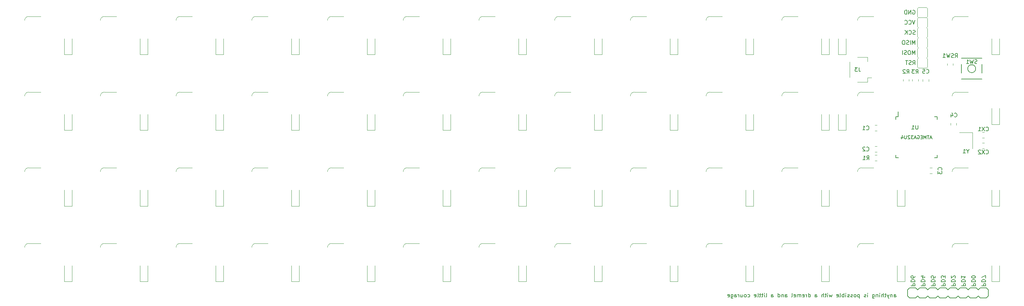
<source format=gbr>
%TF.GenerationSoftware,KiCad,Pcbnew,7.0.1-0*%
%TF.CreationDate,2023-08-02T22:11:56-05:00*%
%TF.ProjectId,pcb,7063622e-6b69-4636-9164-5f7063625858,rev?*%
%TF.SameCoordinates,Original*%
%TF.FileFunction,Legend,Bot*%
%TF.FilePolarity,Positive*%
%FSLAX46Y46*%
G04 Gerber Fmt 4.6, Leading zero omitted, Abs format (unit mm)*
G04 Created by KiCad (PCBNEW 7.0.1-0) date 2023-08-02 22:11:56*
%MOMM*%
%LPD*%
G01*
G04 APERTURE LIST*
%ADD10C,0.150000*%
%ADD11C,0.120000*%
G04 APERTURE END LIST*
D10*
X252120541Y-94837619D02*
X252120541Y-94313809D01*
X252120541Y-94313809D02*
X252168160Y-94218571D01*
X252168160Y-94218571D02*
X252263398Y-94170952D01*
X252263398Y-94170952D02*
X252453874Y-94170952D01*
X252453874Y-94170952D02*
X252549112Y-94218571D01*
X252120541Y-94790000D02*
X252215779Y-94837619D01*
X252215779Y-94837619D02*
X252453874Y-94837619D01*
X252453874Y-94837619D02*
X252549112Y-94790000D01*
X252549112Y-94790000D02*
X252596731Y-94694761D01*
X252596731Y-94694761D02*
X252596731Y-94599523D01*
X252596731Y-94599523D02*
X252549112Y-94504285D01*
X252549112Y-94504285D02*
X252453874Y-94456666D01*
X252453874Y-94456666D02*
X252215779Y-94456666D01*
X252215779Y-94456666D02*
X252120541Y-94409047D01*
X251644350Y-94170952D02*
X251644350Y-94837619D01*
X251644350Y-94266190D02*
X251596731Y-94218571D01*
X251596731Y-94218571D02*
X251501493Y-94170952D01*
X251501493Y-94170952D02*
X251358636Y-94170952D01*
X251358636Y-94170952D02*
X251263398Y-94218571D01*
X251263398Y-94218571D02*
X251215779Y-94313809D01*
X251215779Y-94313809D02*
X251215779Y-94837619D01*
X250834826Y-94170952D02*
X250596731Y-94837619D01*
X250358636Y-94170952D02*
X250596731Y-94837619D01*
X250596731Y-94837619D02*
X250691969Y-95075714D01*
X250691969Y-95075714D02*
X250739588Y-95123333D01*
X250739588Y-95123333D02*
X250834826Y-95170952D01*
X250120540Y-94170952D02*
X249739588Y-94170952D01*
X249977683Y-93837619D02*
X249977683Y-94694761D01*
X249977683Y-94694761D02*
X249930064Y-94790000D01*
X249930064Y-94790000D02*
X249834826Y-94837619D01*
X249834826Y-94837619D02*
X249739588Y-94837619D01*
X249406254Y-94837619D02*
X249406254Y-93837619D01*
X248977683Y-94837619D02*
X248977683Y-94313809D01*
X248977683Y-94313809D02*
X249025302Y-94218571D01*
X249025302Y-94218571D02*
X249120540Y-94170952D01*
X249120540Y-94170952D02*
X249263397Y-94170952D01*
X249263397Y-94170952D02*
X249358635Y-94218571D01*
X249358635Y-94218571D02*
X249406254Y-94266190D01*
X248501492Y-94837619D02*
X248501492Y-94170952D01*
X248501492Y-93837619D02*
X248549111Y-93885238D01*
X248549111Y-93885238D02*
X248501492Y-93932857D01*
X248501492Y-93932857D02*
X248453873Y-93885238D01*
X248453873Y-93885238D02*
X248501492Y-93837619D01*
X248501492Y-93837619D02*
X248501492Y-93932857D01*
X248025302Y-94170952D02*
X248025302Y-94837619D01*
X248025302Y-94266190D02*
X247977683Y-94218571D01*
X247977683Y-94218571D02*
X247882445Y-94170952D01*
X247882445Y-94170952D02*
X247739588Y-94170952D01*
X247739588Y-94170952D02*
X247644350Y-94218571D01*
X247644350Y-94218571D02*
X247596731Y-94313809D01*
X247596731Y-94313809D02*
X247596731Y-94837619D01*
X246691969Y-94170952D02*
X246691969Y-94980476D01*
X246691969Y-94980476D02*
X246739588Y-95075714D01*
X246739588Y-95075714D02*
X246787207Y-95123333D01*
X246787207Y-95123333D02*
X246882445Y-95170952D01*
X246882445Y-95170952D02*
X247025302Y-95170952D01*
X247025302Y-95170952D02*
X247120540Y-95123333D01*
X246691969Y-94790000D02*
X246787207Y-94837619D01*
X246787207Y-94837619D02*
X246977683Y-94837619D01*
X246977683Y-94837619D02*
X247072921Y-94790000D01*
X247072921Y-94790000D02*
X247120540Y-94742380D01*
X247120540Y-94742380D02*
X247168159Y-94647142D01*
X247168159Y-94647142D02*
X247168159Y-94361428D01*
X247168159Y-94361428D02*
X247120540Y-94266190D01*
X247120540Y-94266190D02*
X247072921Y-94218571D01*
X247072921Y-94218571D02*
X246977683Y-94170952D01*
X246977683Y-94170952D02*
X246787207Y-94170952D01*
X246787207Y-94170952D02*
X246691969Y-94218571D01*
X245453873Y-94837619D02*
X245453873Y-94170952D01*
X245453873Y-93837619D02*
X245501492Y-93885238D01*
X245501492Y-93885238D02*
X245453873Y-93932857D01*
X245453873Y-93932857D02*
X245406254Y-93885238D01*
X245406254Y-93885238D02*
X245453873Y-93837619D01*
X245453873Y-93837619D02*
X245453873Y-93932857D01*
X245025302Y-94790000D02*
X244930064Y-94837619D01*
X244930064Y-94837619D02*
X244739588Y-94837619D01*
X244739588Y-94837619D02*
X244644350Y-94790000D01*
X244644350Y-94790000D02*
X244596731Y-94694761D01*
X244596731Y-94694761D02*
X244596731Y-94647142D01*
X244596731Y-94647142D02*
X244644350Y-94551904D01*
X244644350Y-94551904D02*
X244739588Y-94504285D01*
X244739588Y-94504285D02*
X244882445Y-94504285D01*
X244882445Y-94504285D02*
X244977683Y-94456666D01*
X244977683Y-94456666D02*
X245025302Y-94361428D01*
X245025302Y-94361428D02*
X245025302Y-94313809D01*
X245025302Y-94313809D02*
X244977683Y-94218571D01*
X244977683Y-94218571D02*
X244882445Y-94170952D01*
X244882445Y-94170952D02*
X244739588Y-94170952D01*
X244739588Y-94170952D02*
X244644350Y-94218571D01*
X243406254Y-94170952D02*
X243406254Y-95170952D01*
X243406254Y-94218571D02*
X243311016Y-94170952D01*
X243311016Y-94170952D02*
X243120540Y-94170952D01*
X243120540Y-94170952D02*
X243025302Y-94218571D01*
X243025302Y-94218571D02*
X242977683Y-94266190D01*
X242977683Y-94266190D02*
X242930064Y-94361428D01*
X242930064Y-94361428D02*
X242930064Y-94647142D01*
X242930064Y-94647142D02*
X242977683Y-94742380D01*
X242977683Y-94742380D02*
X243025302Y-94790000D01*
X243025302Y-94790000D02*
X243120540Y-94837619D01*
X243120540Y-94837619D02*
X243311016Y-94837619D01*
X243311016Y-94837619D02*
X243406254Y-94790000D01*
X242358635Y-94837619D02*
X242453873Y-94790000D01*
X242453873Y-94790000D02*
X242501492Y-94742380D01*
X242501492Y-94742380D02*
X242549111Y-94647142D01*
X242549111Y-94647142D02*
X242549111Y-94361428D01*
X242549111Y-94361428D02*
X242501492Y-94266190D01*
X242501492Y-94266190D02*
X242453873Y-94218571D01*
X242453873Y-94218571D02*
X242358635Y-94170952D01*
X242358635Y-94170952D02*
X242215778Y-94170952D01*
X242215778Y-94170952D02*
X242120540Y-94218571D01*
X242120540Y-94218571D02*
X242072921Y-94266190D01*
X242072921Y-94266190D02*
X242025302Y-94361428D01*
X242025302Y-94361428D02*
X242025302Y-94647142D01*
X242025302Y-94647142D02*
X242072921Y-94742380D01*
X242072921Y-94742380D02*
X242120540Y-94790000D01*
X242120540Y-94790000D02*
X242215778Y-94837619D01*
X242215778Y-94837619D02*
X242358635Y-94837619D01*
X241644349Y-94790000D02*
X241549111Y-94837619D01*
X241549111Y-94837619D02*
X241358635Y-94837619D01*
X241358635Y-94837619D02*
X241263397Y-94790000D01*
X241263397Y-94790000D02*
X241215778Y-94694761D01*
X241215778Y-94694761D02*
X241215778Y-94647142D01*
X241215778Y-94647142D02*
X241263397Y-94551904D01*
X241263397Y-94551904D02*
X241358635Y-94504285D01*
X241358635Y-94504285D02*
X241501492Y-94504285D01*
X241501492Y-94504285D02*
X241596730Y-94456666D01*
X241596730Y-94456666D02*
X241644349Y-94361428D01*
X241644349Y-94361428D02*
X241644349Y-94313809D01*
X241644349Y-94313809D02*
X241596730Y-94218571D01*
X241596730Y-94218571D02*
X241501492Y-94170952D01*
X241501492Y-94170952D02*
X241358635Y-94170952D01*
X241358635Y-94170952D02*
X241263397Y-94218571D01*
X240834825Y-94790000D02*
X240739587Y-94837619D01*
X240739587Y-94837619D02*
X240549111Y-94837619D01*
X240549111Y-94837619D02*
X240453873Y-94790000D01*
X240453873Y-94790000D02*
X240406254Y-94694761D01*
X240406254Y-94694761D02*
X240406254Y-94647142D01*
X240406254Y-94647142D02*
X240453873Y-94551904D01*
X240453873Y-94551904D02*
X240549111Y-94504285D01*
X240549111Y-94504285D02*
X240691968Y-94504285D01*
X240691968Y-94504285D02*
X240787206Y-94456666D01*
X240787206Y-94456666D02*
X240834825Y-94361428D01*
X240834825Y-94361428D02*
X240834825Y-94313809D01*
X240834825Y-94313809D02*
X240787206Y-94218571D01*
X240787206Y-94218571D02*
X240691968Y-94170952D01*
X240691968Y-94170952D02*
X240549111Y-94170952D01*
X240549111Y-94170952D02*
X240453873Y-94218571D01*
X239977682Y-94837619D02*
X239977682Y-94170952D01*
X239977682Y-93837619D02*
X240025301Y-93885238D01*
X240025301Y-93885238D02*
X239977682Y-93932857D01*
X239977682Y-93932857D02*
X239930063Y-93885238D01*
X239930063Y-93885238D02*
X239977682Y-93837619D01*
X239977682Y-93837619D02*
X239977682Y-93932857D01*
X239501492Y-94837619D02*
X239501492Y-93837619D01*
X239501492Y-94218571D02*
X239406254Y-94170952D01*
X239406254Y-94170952D02*
X239215778Y-94170952D01*
X239215778Y-94170952D02*
X239120540Y-94218571D01*
X239120540Y-94218571D02*
X239072921Y-94266190D01*
X239072921Y-94266190D02*
X239025302Y-94361428D01*
X239025302Y-94361428D02*
X239025302Y-94647142D01*
X239025302Y-94647142D02*
X239072921Y-94742380D01*
X239072921Y-94742380D02*
X239120540Y-94790000D01*
X239120540Y-94790000D02*
X239215778Y-94837619D01*
X239215778Y-94837619D02*
X239406254Y-94837619D01*
X239406254Y-94837619D02*
X239501492Y-94790000D01*
X238453873Y-94837619D02*
X238549111Y-94790000D01*
X238549111Y-94790000D02*
X238596730Y-94694761D01*
X238596730Y-94694761D02*
X238596730Y-93837619D01*
X237691968Y-94790000D02*
X237787206Y-94837619D01*
X237787206Y-94837619D02*
X237977682Y-94837619D01*
X237977682Y-94837619D02*
X238072920Y-94790000D01*
X238072920Y-94790000D02*
X238120539Y-94694761D01*
X238120539Y-94694761D02*
X238120539Y-94313809D01*
X238120539Y-94313809D02*
X238072920Y-94218571D01*
X238072920Y-94218571D02*
X237977682Y-94170952D01*
X237977682Y-94170952D02*
X237787206Y-94170952D01*
X237787206Y-94170952D02*
X237691968Y-94218571D01*
X237691968Y-94218571D02*
X237644349Y-94313809D01*
X237644349Y-94313809D02*
X237644349Y-94409047D01*
X237644349Y-94409047D02*
X238120539Y-94504285D01*
X236549110Y-94170952D02*
X236358634Y-94837619D01*
X236358634Y-94837619D02*
X236168158Y-94361428D01*
X236168158Y-94361428D02*
X235977682Y-94837619D01*
X235977682Y-94837619D02*
X235787206Y-94170952D01*
X235406253Y-94837619D02*
X235406253Y-94170952D01*
X235406253Y-93837619D02*
X235453872Y-93885238D01*
X235453872Y-93885238D02*
X235406253Y-93932857D01*
X235406253Y-93932857D02*
X235358634Y-93885238D01*
X235358634Y-93885238D02*
X235406253Y-93837619D01*
X235406253Y-93837619D02*
X235406253Y-93932857D01*
X235072920Y-94170952D02*
X234691968Y-94170952D01*
X234930063Y-93837619D02*
X234930063Y-94694761D01*
X234930063Y-94694761D02*
X234882444Y-94790000D01*
X234882444Y-94790000D02*
X234787206Y-94837619D01*
X234787206Y-94837619D02*
X234691968Y-94837619D01*
X234358634Y-94837619D02*
X234358634Y-93837619D01*
X233930063Y-94837619D02*
X233930063Y-94313809D01*
X233930063Y-94313809D02*
X233977682Y-94218571D01*
X233977682Y-94218571D02*
X234072920Y-94170952D01*
X234072920Y-94170952D02*
X234215777Y-94170952D01*
X234215777Y-94170952D02*
X234311015Y-94218571D01*
X234311015Y-94218571D02*
X234358634Y-94266190D01*
X232263396Y-94837619D02*
X232263396Y-94313809D01*
X232263396Y-94313809D02*
X232311015Y-94218571D01*
X232311015Y-94218571D02*
X232406253Y-94170952D01*
X232406253Y-94170952D02*
X232596729Y-94170952D01*
X232596729Y-94170952D02*
X232691967Y-94218571D01*
X232263396Y-94790000D02*
X232358634Y-94837619D01*
X232358634Y-94837619D02*
X232596729Y-94837619D01*
X232596729Y-94837619D02*
X232691967Y-94790000D01*
X232691967Y-94790000D02*
X232739586Y-94694761D01*
X232739586Y-94694761D02*
X232739586Y-94599523D01*
X232739586Y-94599523D02*
X232691967Y-94504285D01*
X232691967Y-94504285D02*
X232596729Y-94456666D01*
X232596729Y-94456666D02*
X232358634Y-94456666D01*
X232358634Y-94456666D02*
X232263396Y-94409047D01*
X230596729Y-94837619D02*
X230596729Y-93837619D01*
X230596729Y-94790000D02*
X230691967Y-94837619D01*
X230691967Y-94837619D02*
X230882443Y-94837619D01*
X230882443Y-94837619D02*
X230977681Y-94790000D01*
X230977681Y-94790000D02*
X231025300Y-94742380D01*
X231025300Y-94742380D02*
X231072919Y-94647142D01*
X231072919Y-94647142D02*
X231072919Y-94361428D01*
X231072919Y-94361428D02*
X231025300Y-94266190D01*
X231025300Y-94266190D02*
X230977681Y-94218571D01*
X230977681Y-94218571D02*
X230882443Y-94170952D01*
X230882443Y-94170952D02*
X230691967Y-94170952D01*
X230691967Y-94170952D02*
X230596729Y-94218571D01*
X230120538Y-94837619D02*
X230120538Y-94170952D01*
X230120538Y-94361428D02*
X230072919Y-94266190D01*
X230072919Y-94266190D02*
X230025300Y-94218571D01*
X230025300Y-94218571D02*
X229930062Y-94170952D01*
X229930062Y-94170952D02*
X229834824Y-94170952D01*
X229120538Y-94790000D02*
X229215776Y-94837619D01*
X229215776Y-94837619D02*
X229406252Y-94837619D01*
X229406252Y-94837619D02*
X229501490Y-94790000D01*
X229501490Y-94790000D02*
X229549109Y-94694761D01*
X229549109Y-94694761D02*
X229549109Y-94313809D01*
X229549109Y-94313809D02*
X229501490Y-94218571D01*
X229501490Y-94218571D02*
X229406252Y-94170952D01*
X229406252Y-94170952D02*
X229215776Y-94170952D01*
X229215776Y-94170952D02*
X229120538Y-94218571D01*
X229120538Y-94218571D02*
X229072919Y-94313809D01*
X229072919Y-94313809D02*
X229072919Y-94409047D01*
X229072919Y-94409047D02*
X229549109Y-94504285D01*
X228644347Y-94837619D02*
X228644347Y-94170952D01*
X228644347Y-94266190D02*
X228596728Y-94218571D01*
X228596728Y-94218571D02*
X228501490Y-94170952D01*
X228501490Y-94170952D02*
X228358633Y-94170952D01*
X228358633Y-94170952D02*
X228263395Y-94218571D01*
X228263395Y-94218571D02*
X228215776Y-94313809D01*
X228215776Y-94313809D02*
X228215776Y-94837619D01*
X228215776Y-94313809D02*
X228168157Y-94218571D01*
X228168157Y-94218571D02*
X228072919Y-94170952D01*
X228072919Y-94170952D02*
X227930062Y-94170952D01*
X227930062Y-94170952D02*
X227834823Y-94218571D01*
X227834823Y-94218571D02*
X227787204Y-94313809D01*
X227787204Y-94313809D02*
X227787204Y-94837619D01*
X226930062Y-94790000D02*
X227025300Y-94837619D01*
X227025300Y-94837619D02*
X227215776Y-94837619D01*
X227215776Y-94837619D02*
X227311014Y-94790000D01*
X227311014Y-94790000D02*
X227358633Y-94694761D01*
X227358633Y-94694761D02*
X227358633Y-94313809D01*
X227358633Y-94313809D02*
X227311014Y-94218571D01*
X227311014Y-94218571D02*
X227215776Y-94170952D01*
X227215776Y-94170952D02*
X227025300Y-94170952D01*
X227025300Y-94170952D02*
X226930062Y-94218571D01*
X226930062Y-94218571D02*
X226882443Y-94313809D01*
X226882443Y-94313809D02*
X226882443Y-94409047D01*
X226882443Y-94409047D02*
X227358633Y-94504285D01*
X226311014Y-94837619D02*
X226406252Y-94790000D01*
X226406252Y-94790000D02*
X226453871Y-94694761D01*
X226453871Y-94694761D02*
X226453871Y-93837619D01*
X224739585Y-94837619D02*
X224739585Y-94313809D01*
X224739585Y-94313809D02*
X224787204Y-94218571D01*
X224787204Y-94218571D02*
X224882442Y-94170952D01*
X224882442Y-94170952D02*
X225072918Y-94170952D01*
X225072918Y-94170952D02*
X225168156Y-94218571D01*
X224739585Y-94790000D02*
X224834823Y-94837619D01*
X224834823Y-94837619D02*
X225072918Y-94837619D01*
X225072918Y-94837619D02*
X225168156Y-94790000D01*
X225168156Y-94790000D02*
X225215775Y-94694761D01*
X225215775Y-94694761D02*
X225215775Y-94599523D01*
X225215775Y-94599523D02*
X225168156Y-94504285D01*
X225168156Y-94504285D02*
X225072918Y-94456666D01*
X225072918Y-94456666D02*
X224834823Y-94456666D01*
X224834823Y-94456666D02*
X224739585Y-94409047D01*
X224263394Y-94170952D02*
X224263394Y-94837619D01*
X224263394Y-94266190D02*
X224215775Y-94218571D01*
X224215775Y-94218571D02*
X224120537Y-94170952D01*
X224120537Y-94170952D02*
X223977680Y-94170952D01*
X223977680Y-94170952D02*
X223882442Y-94218571D01*
X223882442Y-94218571D02*
X223834823Y-94313809D01*
X223834823Y-94313809D02*
X223834823Y-94837619D01*
X222930061Y-94837619D02*
X222930061Y-93837619D01*
X222930061Y-94790000D02*
X223025299Y-94837619D01*
X223025299Y-94837619D02*
X223215775Y-94837619D01*
X223215775Y-94837619D02*
X223311013Y-94790000D01*
X223311013Y-94790000D02*
X223358632Y-94742380D01*
X223358632Y-94742380D02*
X223406251Y-94647142D01*
X223406251Y-94647142D02*
X223406251Y-94361428D01*
X223406251Y-94361428D02*
X223358632Y-94266190D01*
X223358632Y-94266190D02*
X223311013Y-94218571D01*
X223311013Y-94218571D02*
X223215775Y-94170952D01*
X223215775Y-94170952D02*
X223025299Y-94170952D01*
X223025299Y-94170952D02*
X222930061Y-94218571D01*
X221263394Y-94837619D02*
X221263394Y-94313809D01*
X221263394Y-94313809D02*
X221311013Y-94218571D01*
X221311013Y-94218571D02*
X221406251Y-94170952D01*
X221406251Y-94170952D02*
X221596727Y-94170952D01*
X221596727Y-94170952D02*
X221691965Y-94218571D01*
X221263394Y-94790000D02*
X221358632Y-94837619D01*
X221358632Y-94837619D02*
X221596727Y-94837619D01*
X221596727Y-94837619D02*
X221691965Y-94790000D01*
X221691965Y-94790000D02*
X221739584Y-94694761D01*
X221739584Y-94694761D02*
X221739584Y-94599523D01*
X221739584Y-94599523D02*
X221691965Y-94504285D01*
X221691965Y-94504285D02*
X221596727Y-94456666D01*
X221596727Y-94456666D02*
X221358632Y-94456666D01*
X221358632Y-94456666D02*
X221263394Y-94409047D01*
X219882441Y-94837619D02*
X219977679Y-94790000D01*
X219977679Y-94790000D02*
X220025298Y-94694761D01*
X220025298Y-94694761D02*
X220025298Y-93837619D01*
X219501488Y-94837619D02*
X219501488Y-94170952D01*
X219501488Y-93837619D02*
X219549107Y-93885238D01*
X219549107Y-93885238D02*
X219501488Y-93932857D01*
X219501488Y-93932857D02*
X219453869Y-93885238D01*
X219453869Y-93885238D02*
X219501488Y-93837619D01*
X219501488Y-93837619D02*
X219501488Y-93932857D01*
X219168155Y-94170952D02*
X218787203Y-94170952D01*
X219025298Y-93837619D02*
X219025298Y-94694761D01*
X219025298Y-94694761D02*
X218977679Y-94790000D01*
X218977679Y-94790000D02*
X218882441Y-94837619D01*
X218882441Y-94837619D02*
X218787203Y-94837619D01*
X218596726Y-94170952D02*
X218215774Y-94170952D01*
X218453869Y-93837619D02*
X218453869Y-94694761D01*
X218453869Y-94694761D02*
X218406250Y-94790000D01*
X218406250Y-94790000D02*
X218311012Y-94837619D01*
X218311012Y-94837619D02*
X218215774Y-94837619D01*
X217739583Y-94837619D02*
X217834821Y-94790000D01*
X217834821Y-94790000D02*
X217882440Y-94694761D01*
X217882440Y-94694761D02*
X217882440Y-93837619D01*
X216977678Y-94790000D02*
X217072916Y-94837619D01*
X217072916Y-94837619D02*
X217263392Y-94837619D01*
X217263392Y-94837619D02*
X217358630Y-94790000D01*
X217358630Y-94790000D02*
X217406249Y-94694761D01*
X217406249Y-94694761D02*
X217406249Y-94313809D01*
X217406249Y-94313809D02*
X217358630Y-94218571D01*
X217358630Y-94218571D02*
X217263392Y-94170952D01*
X217263392Y-94170952D02*
X217072916Y-94170952D01*
X217072916Y-94170952D02*
X216977678Y-94218571D01*
X216977678Y-94218571D02*
X216930059Y-94313809D01*
X216930059Y-94313809D02*
X216930059Y-94409047D01*
X216930059Y-94409047D02*
X217406249Y-94504285D01*
X215311011Y-94790000D02*
X215406249Y-94837619D01*
X215406249Y-94837619D02*
X215596725Y-94837619D01*
X215596725Y-94837619D02*
X215691963Y-94790000D01*
X215691963Y-94790000D02*
X215739582Y-94742380D01*
X215739582Y-94742380D02*
X215787201Y-94647142D01*
X215787201Y-94647142D02*
X215787201Y-94361428D01*
X215787201Y-94361428D02*
X215739582Y-94266190D01*
X215739582Y-94266190D02*
X215691963Y-94218571D01*
X215691963Y-94218571D02*
X215596725Y-94170952D01*
X215596725Y-94170952D02*
X215406249Y-94170952D01*
X215406249Y-94170952D02*
X215311011Y-94218571D01*
X214739582Y-94837619D02*
X214834820Y-94790000D01*
X214834820Y-94790000D02*
X214882439Y-94742380D01*
X214882439Y-94742380D02*
X214930058Y-94647142D01*
X214930058Y-94647142D02*
X214930058Y-94361428D01*
X214930058Y-94361428D02*
X214882439Y-94266190D01*
X214882439Y-94266190D02*
X214834820Y-94218571D01*
X214834820Y-94218571D02*
X214739582Y-94170952D01*
X214739582Y-94170952D02*
X214596725Y-94170952D01*
X214596725Y-94170952D02*
X214501487Y-94218571D01*
X214501487Y-94218571D02*
X214453868Y-94266190D01*
X214453868Y-94266190D02*
X214406249Y-94361428D01*
X214406249Y-94361428D02*
X214406249Y-94647142D01*
X214406249Y-94647142D02*
X214453868Y-94742380D01*
X214453868Y-94742380D02*
X214501487Y-94790000D01*
X214501487Y-94790000D02*
X214596725Y-94837619D01*
X214596725Y-94837619D02*
X214739582Y-94837619D01*
X213549106Y-94170952D02*
X213549106Y-94837619D01*
X213977677Y-94170952D02*
X213977677Y-94694761D01*
X213977677Y-94694761D02*
X213930058Y-94790000D01*
X213930058Y-94790000D02*
X213834820Y-94837619D01*
X213834820Y-94837619D02*
X213691963Y-94837619D01*
X213691963Y-94837619D02*
X213596725Y-94790000D01*
X213596725Y-94790000D02*
X213549106Y-94742380D01*
X213072915Y-94837619D02*
X213072915Y-94170952D01*
X213072915Y-94361428D02*
X213025296Y-94266190D01*
X213025296Y-94266190D02*
X212977677Y-94218571D01*
X212977677Y-94218571D02*
X212882439Y-94170952D01*
X212882439Y-94170952D02*
X212787201Y-94170952D01*
X212025296Y-94837619D02*
X212025296Y-94313809D01*
X212025296Y-94313809D02*
X212072915Y-94218571D01*
X212072915Y-94218571D02*
X212168153Y-94170952D01*
X212168153Y-94170952D02*
X212358629Y-94170952D01*
X212358629Y-94170952D02*
X212453867Y-94218571D01*
X212025296Y-94790000D02*
X212120534Y-94837619D01*
X212120534Y-94837619D02*
X212358629Y-94837619D01*
X212358629Y-94837619D02*
X212453867Y-94790000D01*
X212453867Y-94790000D02*
X212501486Y-94694761D01*
X212501486Y-94694761D02*
X212501486Y-94599523D01*
X212501486Y-94599523D02*
X212453867Y-94504285D01*
X212453867Y-94504285D02*
X212358629Y-94456666D01*
X212358629Y-94456666D02*
X212120534Y-94456666D01*
X212120534Y-94456666D02*
X212025296Y-94409047D01*
X211120534Y-94170952D02*
X211120534Y-94980476D01*
X211120534Y-94980476D02*
X211168153Y-95075714D01*
X211168153Y-95075714D02*
X211215772Y-95123333D01*
X211215772Y-95123333D02*
X211311010Y-95170952D01*
X211311010Y-95170952D02*
X211453867Y-95170952D01*
X211453867Y-95170952D02*
X211549105Y-95123333D01*
X211120534Y-94790000D02*
X211215772Y-94837619D01*
X211215772Y-94837619D02*
X211406248Y-94837619D01*
X211406248Y-94837619D02*
X211501486Y-94790000D01*
X211501486Y-94790000D02*
X211549105Y-94742380D01*
X211549105Y-94742380D02*
X211596724Y-94647142D01*
X211596724Y-94647142D02*
X211596724Y-94361428D01*
X211596724Y-94361428D02*
X211549105Y-94266190D01*
X211549105Y-94266190D02*
X211501486Y-94218571D01*
X211501486Y-94218571D02*
X211406248Y-94170952D01*
X211406248Y-94170952D02*
X211215772Y-94170952D01*
X211215772Y-94170952D02*
X211120534Y-94218571D01*
X210263391Y-94790000D02*
X210358629Y-94837619D01*
X210358629Y-94837619D02*
X210549105Y-94837619D01*
X210549105Y-94837619D02*
X210644343Y-94790000D01*
X210644343Y-94790000D02*
X210691962Y-94694761D01*
X210691962Y-94694761D02*
X210691962Y-94313809D01*
X210691962Y-94313809D02*
X210644343Y-94218571D01*
X210644343Y-94218571D02*
X210549105Y-94170952D01*
X210549105Y-94170952D02*
X210358629Y-94170952D01*
X210358629Y-94170952D02*
X210263391Y-94218571D01*
X210263391Y-94218571D02*
X210215772Y-94313809D01*
X210215772Y-94313809D02*
X210215772Y-94409047D01*
X210215772Y-94409047D02*
X210691962Y-94504285D01*
%TO.C,C4*%
X267316666Y-49392380D02*
X267364285Y-49440000D01*
X267364285Y-49440000D02*
X267507142Y-49487619D01*
X267507142Y-49487619D02*
X267602380Y-49487619D01*
X267602380Y-49487619D02*
X267745237Y-49440000D01*
X267745237Y-49440000D02*
X267840475Y-49344761D01*
X267840475Y-49344761D02*
X267888094Y-49249523D01*
X267888094Y-49249523D02*
X267935713Y-49059047D01*
X267935713Y-49059047D02*
X267935713Y-48916190D01*
X267935713Y-48916190D02*
X267888094Y-48725714D01*
X267888094Y-48725714D02*
X267840475Y-48630476D01*
X267840475Y-48630476D02*
X267745237Y-48535238D01*
X267745237Y-48535238D02*
X267602380Y-48487619D01*
X267602380Y-48487619D02*
X267507142Y-48487619D01*
X267507142Y-48487619D02*
X267364285Y-48535238D01*
X267364285Y-48535238D02*
X267316666Y-48582857D01*
X266459523Y-48820952D02*
X266459523Y-49487619D01*
X266697618Y-48440000D02*
X266935713Y-49154285D01*
X266935713Y-49154285D02*
X266316666Y-49154285D01*
%TO.C,RSW1*%
X267464285Y-34537619D02*
X267797618Y-34061428D01*
X268035713Y-34537619D02*
X268035713Y-33537619D01*
X268035713Y-33537619D02*
X267654761Y-33537619D01*
X267654761Y-33537619D02*
X267559523Y-33585238D01*
X267559523Y-33585238D02*
X267511904Y-33632857D01*
X267511904Y-33632857D02*
X267464285Y-33728095D01*
X267464285Y-33728095D02*
X267464285Y-33870952D01*
X267464285Y-33870952D02*
X267511904Y-33966190D01*
X267511904Y-33966190D02*
X267559523Y-34013809D01*
X267559523Y-34013809D02*
X267654761Y-34061428D01*
X267654761Y-34061428D02*
X268035713Y-34061428D01*
X267083332Y-34490000D02*
X266940475Y-34537619D01*
X266940475Y-34537619D02*
X266702380Y-34537619D01*
X266702380Y-34537619D02*
X266607142Y-34490000D01*
X266607142Y-34490000D02*
X266559523Y-34442380D01*
X266559523Y-34442380D02*
X266511904Y-34347142D01*
X266511904Y-34347142D02*
X266511904Y-34251904D01*
X266511904Y-34251904D02*
X266559523Y-34156666D01*
X266559523Y-34156666D02*
X266607142Y-34109047D01*
X266607142Y-34109047D02*
X266702380Y-34061428D01*
X266702380Y-34061428D02*
X266892856Y-34013809D01*
X266892856Y-34013809D02*
X266988094Y-33966190D01*
X266988094Y-33966190D02*
X267035713Y-33918571D01*
X267035713Y-33918571D02*
X267083332Y-33823333D01*
X267083332Y-33823333D02*
X267083332Y-33728095D01*
X267083332Y-33728095D02*
X267035713Y-33632857D01*
X267035713Y-33632857D02*
X266988094Y-33585238D01*
X266988094Y-33585238D02*
X266892856Y-33537619D01*
X266892856Y-33537619D02*
X266654761Y-33537619D01*
X266654761Y-33537619D02*
X266511904Y-33585238D01*
X266178570Y-33537619D02*
X265940475Y-34537619D01*
X265940475Y-34537619D02*
X265749999Y-33823333D01*
X265749999Y-33823333D02*
X265559523Y-34537619D01*
X265559523Y-34537619D02*
X265321428Y-33537619D01*
X264416666Y-34537619D02*
X264988094Y-34537619D01*
X264702380Y-34537619D02*
X264702380Y-33537619D01*
X264702380Y-33537619D02*
X264797618Y-33680476D01*
X264797618Y-33680476D02*
X264892856Y-33775714D01*
X264892856Y-33775714D02*
X264988094Y-33823333D01*
%TO.C,R3*%
X257606666Y-38525119D02*
X257939999Y-38048928D01*
X258178094Y-38525119D02*
X258178094Y-37525119D01*
X258178094Y-37525119D02*
X257797142Y-37525119D01*
X257797142Y-37525119D02*
X257701904Y-37572738D01*
X257701904Y-37572738D02*
X257654285Y-37620357D01*
X257654285Y-37620357D02*
X257606666Y-37715595D01*
X257606666Y-37715595D02*
X257606666Y-37858452D01*
X257606666Y-37858452D02*
X257654285Y-37953690D01*
X257654285Y-37953690D02*
X257701904Y-38001309D01*
X257701904Y-38001309D02*
X257797142Y-38048928D01*
X257797142Y-38048928D02*
X258178094Y-38048928D01*
X257273332Y-37525119D02*
X256654285Y-37525119D01*
X256654285Y-37525119D02*
X256987618Y-37906071D01*
X256987618Y-37906071D02*
X256844761Y-37906071D01*
X256844761Y-37906071D02*
X256749523Y-37953690D01*
X256749523Y-37953690D02*
X256701904Y-38001309D01*
X256701904Y-38001309D02*
X256654285Y-38096547D01*
X256654285Y-38096547D02*
X256654285Y-38334642D01*
X256654285Y-38334642D02*
X256701904Y-38429880D01*
X256701904Y-38429880D02*
X256749523Y-38477500D01*
X256749523Y-38477500D02*
X256844761Y-38525119D01*
X256844761Y-38525119D02*
X257130475Y-38525119D01*
X257130475Y-38525119D02*
X257225713Y-38477500D01*
X257225713Y-38477500D02*
X257273332Y-38429880D01*
%TO.C,CX1*%
X275242857Y-52917380D02*
X275290476Y-52965000D01*
X275290476Y-52965000D02*
X275433333Y-53012619D01*
X275433333Y-53012619D02*
X275528571Y-53012619D01*
X275528571Y-53012619D02*
X275671428Y-52965000D01*
X275671428Y-52965000D02*
X275766666Y-52869761D01*
X275766666Y-52869761D02*
X275814285Y-52774523D01*
X275814285Y-52774523D02*
X275861904Y-52584047D01*
X275861904Y-52584047D02*
X275861904Y-52441190D01*
X275861904Y-52441190D02*
X275814285Y-52250714D01*
X275814285Y-52250714D02*
X275766666Y-52155476D01*
X275766666Y-52155476D02*
X275671428Y-52060238D01*
X275671428Y-52060238D02*
X275528571Y-52012619D01*
X275528571Y-52012619D02*
X275433333Y-52012619D01*
X275433333Y-52012619D02*
X275290476Y-52060238D01*
X275290476Y-52060238D02*
X275242857Y-52107857D01*
X274909523Y-52012619D02*
X274242857Y-53012619D01*
X274242857Y-52012619D02*
X274909523Y-53012619D01*
X273338095Y-53012619D02*
X273909523Y-53012619D01*
X273623809Y-53012619D02*
X273623809Y-52012619D01*
X273623809Y-52012619D02*
X273719047Y-52155476D01*
X273719047Y-52155476D02*
X273814285Y-52250714D01*
X273814285Y-52250714D02*
X273909523Y-52298333D01*
%TO.C,R2*%
X255316666Y-38522619D02*
X255649999Y-38046428D01*
X255888094Y-38522619D02*
X255888094Y-37522619D01*
X255888094Y-37522619D02*
X255507142Y-37522619D01*
X255507142Y-37522619D02*
X255411904Y-37570238D01*
X255411904Y-37570238D02*
X255364285Y-37617857D01*
X255364285Y-37617857D02*
X255316666Y-37713095D01*
X255316666Y-37713095D02*
X255316666Y-37855952D01*
X255316666Y-37855952D02*
X255364285Y-37951190D01*
X255364285Y-37951190D02*
X255411904Y-37998809D01*
X255411904Y-37998809D02*
X255507142Y-38046428D01*
X255507142Y-38046428D02*
X255888094Y-38046428D01*
X254935713Y-37617857D02*
X254888094Y-37570238D01*
X254888094Y-37570238D02*
X254792856Y-37522619D01*
X254792856Y-37522619D02*
X254554761Y-37522619D01*
X254554761Y-37522619D02*
X254459523Y-37570238D01*
X254459523Y-37570238D02*
X254411904Y-37617857D01*
X254411904Y-37617857D02*
X254364285Y-37713095D01*
X254364285Y-37713095D02*
X254364285Y-37808333D01*
X254364285Y-37808333D02*
X254411904Y-37951190D01*
X254411904Y-37951190D02*
X254983332Y-38522619D01*
X254983332Y-38522619D02*
X254364285Y-38522619D01*
%TO.C,C1*%
X245166666Y-52642380D02*
X245214285Y-52690000D01*
X245214285Y-52690000D02*
X245357142Y-52737619D01*
X245357142Y-52737619D02*
X245452380Y-52737619D01*
X245452380Y-52737619D02*
X245595237Y-52690000D01*
X245595237Y-52690000D02*
X245690475Y-52594761D01*
X245690475Y-52594761D02*
X245738094Y-52499523D01*
X245738094Y-52499523D02*
X245785713Y-52309047D01*
X245785713Y-52309047D02*
X245785713Y-52166190D01*
X245785713Y-52166190D02*
X245738094Y-51975714D01*
X245738094Y-51975714D02*
X245690475Y-51880476D01*
X245690475Y-51880476D02*
X245595237Y-51785238D01*
X245595237Y-51785238D02*
X245452380Y-51737619D01*
X245452380Y-51737619D02*
X245357142Y-51737619D01*
X245357142Y-51737619D02*
X245214285Y-51785238D01*
X245214285Y-51785238D02*
X245166666Y-51832857D01*
X244214285Y-52737619D02*
X244785713Y-52737619D01*
X244499999Y-52737619D02*
X244499999Y-51737619D01*
X244499999Y-51737619D02*
X244595237Y-51880476D01*
X244595237Y-51880476D02*
X244690475Y-51975714D01*
X244690475Y-51975714D02*
X244785713Y-52023333D01*
%TO.C,Y1*%
X270676190Y-58111428D02*
X270676190Y-58587619D01*
X271009523Y-57587619D02*
X270676190Y-58111428D01*
X270676190Y-58111428D02*
X270342857Y-57587619D01*
X269485714Y-58587619D02*
X270057142Y-58587619D01*
X269771428Y-58587619D02*
X269771428Y-57587619D01*
X269771428Y-57587619D02*
X269866666Y-57730476D01*
X269866666Y-57730476D02*
X269961904Y-57825714D01*
X269961904Y-57825714D02*
X270057142Y-57873333D01*
%TO.C,C2*%
X245166666Y-57967380D02*
X245214285Y-58015000D01*
X245214285Y-58015000D02*
X245357142Y-58062619D01*
X245357142Y-58062619D02*
X245452380Y-58062619D01*
X245452380Y-58062619D02*
X245595237Y-58015000D01*
X245595237Y-58015000D02*
X245690475Y-57919761D01*
X245690475Y-57919761D02*
X245738094Y-57824523D01*
X245738094Y-57824523D02*
X245785713Y-57634047D01*
X245785713Y-57634047D02*
X245785713Y-57491190D01*
X245785713Y-57491190D02*
X245738094Y-57300714D01*
X245738094Y-57300714D02*
X245690475Y-57205476D01*
X245690475Y-57205476D02*
X245595237Y-57110238D01*
X245595237Y-57110238D02*
X245452380Y-57062619D01*
X245452380Y-57062619D02*
X245357142Y-57062619D01*
X245357142Y-57062619D02*
X245214285Y-57110238D01*
X245214285Y-57110238D02*
X245166666Y-57157857D01*
X244785713Y-57157857D02*
X244738094Y-57110238D01*
X244738094Y-57110238D02*
X244642856Y-57062619D01*
X244642856Y-57062619D02*
X244404761Y-57062619D01*
X244404761Y-57062619D02*
X244309523Y-57110238D01*
X244309523Y-57110238D02*
X244261904Y-57157857D01*
X244261904Y-57157857D02*
X244214285Y-57253095D01*
X244214285Y-57253095D02*
X244214285Y-57348333D01*
X244214285Y-57348333D02*
X244261904Y-57491190D01*
X244261904Y-57491190D02*
X244833332Y-58062619D01*
X244833332Y-58062619D02*
X244214285Y-58062619D01*
%TO.C,C5*%
X260241666Y-38392380D02*
X260289285Y-38440000D01*
X260289285Y-38440000D02*
X260432142Y-38487619D01*
X260432142Y-38487619D02*
X260527380Y-38487619D01*
X260527380Y-38487619D02*
X260670237Y-38440000D01*
X260670237Y-38440000D02*
X260765475Y-38344761D01*
X260765475Y-38344761D02*
X260813094Y-38249523D01*
X260813094Y-38249523D02*
X260860713Y-38059047D01*
X260860713Y-38059047D02*
X260860713Y-37916190D01*
X260860713Y-37916190D02*
X260813094Y-37725714D01*
X260813094Y-37725714D02*
X260765475Y-37630476D01*
X260765475Y-37630476D02*
X260670237Y-37535238D01*
X260670237Y-37535238D02*
X260527380Y-37487619D01*
X260527380Y-37487619D02*
X260432142Y-37487619D01*
X260432142Y-37487619D02*
X260289285Y-37535238D01*
X260289285Y-37535238D02*
X260241666Y-37582857D01*
X259336904Y-37487619D02*
X259813094Y-37487619D01*
X259813094Y-37487619D02*
X259860713Y-37963809D01*
X259860713Y-37963809D02*
X259813094Y-37916190D01*
X259813094Y-37916190D02*
X259717856Y-37868571D01*
X259717856Y-37868571D02*
X259479761Y-37868571D01*
X259479761Y-37868571D02*
X259384523Y-37916190D01*
X259384523Y-37916190D02*
X259336904Y-37963809D01*
X259336904Y-37963809D02*
X259289285Y-38059047D01*
X259289285Y-38059047D02*
X259289285Y-38297142D01*
X259289285Y-38297142D02*
X259336904Y-38392380D01*
X259336904Y-38392380D02*
X259384523Y-38440000D01*
X259384523Y-38440000D02*
X259479761Y-38487619D01*
X259479761Y-38487619D02*
X259717856Y-38487619D01*
X259717856Y-38487619D02*
X259813094Y-38440000D01*
X259813094Y-38440000D02*
X259860713Y-38392380D01*
%TO.C,C3*%
X264067380Y-62833333D02*
X264115000Y-62785714D01*
X264115000Y-62785714D02*
X264162619Y-62642857D01*
X264162619Y-62642857D02*
X264162619Y-62547619D01*
X264162619Y-62547619D02*
X264115000Y-62404762D01*
X264115000Y-62404762D02*
X264019761Y-62309524D01*
X264019761Y-62309524D02*
X263924523Y-62261905D01*
X263924523Y-62261905D02*
X263734047Y-62214286D01*
X263734047Y-62214286D02*
X263591190Y-62214286D01*
X263591190Y-62214286D02*
X263400714Y-62261905D01*
X263400714Y-62261905D02*
X263305476Y-62309524D01*
X263305476Y-62309524D02*
X263210238Y-62404762D01*
X263210238Y-62404762D02*
X263162619Y-62547619D01*
X263162619Y-62547619D02*
X263162619Y-62642857D01*
X263162619Y-62642857D02*
X263210238Y-62785714D01*
X263210238Y-62785714D02*
X263257857Y-62833333D01*
X263162619Y-63166667D02*
X263162619Y-63785714D01*
X263162619Y-63785714D02*
X263543571Y-63452381D01*
X263543571Y-63452381D02*
X263543571Y-63595238D01*
X263543571Y-63595238D02*
X263591190Y-63690476D01*
X263591190Y-63690476D02*
X263638809Y-63738095D01*
X263638809Y-63738095D02*
X263734047Y-63785714D01*
X263734047Y-63785714D02*
X263972142Y-63785714D01*
X263972142Y-63785714D02*
X264067380Y-63738095D01*
X264067380Y-63738095D02*
X264115000Y-63690476D01*
X264115000Y-63690476D02*
X264162619Y-63595238D01*
X264162619Y-63595238D02*
X264162619Y-63309524D01*
X264162619Y-63309524D02*
X264115000Y-63214286D01*
X264115000Y-63214286D02*
X264067380Y-63166667D01*
%TO.C,J3*%
X243293333Y-37012619D02*
X243293333Y-37726904D01*
X243293333Y-37726904D02*
X243340952Y-37869761D01*
X243340952Y-37869761D02*
X243436190Y-37965000D01*
X243436190Y-37965000D02*
X243579047Y-38012619D01*
X243579047Y-38012619D02*
X243674285Y-38012619D01*
X242912380Y-37012619D02*
X242293333Y-37012619D01*
X242293333Y-37012619D02*
X242626666Y-37393571D01*
X242626666Y-37393571D02*
X242483809Y-37393571D01*
X242483809Y-37393571D02*
X242388571Y-37441190D01*
X242388571Y-37441190D02*
X242340952Y-37488809D01*
X242340952Y-37488809D02*
X242293333Y-37584047D01*
X242293333Y-37584047D02*
X242293333Y-37822142D01*
X242293333Y-37822142D02*
X242340952Y-37917380D01*
X242340952Y-37917380D02*
X242388571Y-37965000D01*
X242388571Y-37965000D02*
X242483809Y-38012619D01*
X242483809Y-38012619D02*
X242769523Y-38012619D01*
X242769523Y-38012619D02*
X242864761Y-37965000D01*
X242864761Y-37965000D02*
X242912380Y-37917380D01*
%TO.C,R1*%
X245241666Y-60262619D02*
X245574999Y-59786428D01*
X245813094Y-60262619D02*
X245813094Y-59262619D01*
X245813094Y-59262619D02*
X245432142Y-59262619D01*
X245432142Y-59262619D02*
X245336904Y-59310238D01*
X245336904Y-59310238D02*
X245289285Y-59357857D01*
X245289285Y-59357857D02*
X245241666Y-59453095D01*
X245241666Y-59453095D02*
X245241666Y-59595952D01*
X245241666Y-59595952D02*
X245289285Y-59691190D01*
X245289285Y-59691190D02*
X245336904Y-59738809D01*
X245336904Y-59738809D02*
X245432142Y-59786428D01*
X245432142Y-59786428D02*
X245813094Y-59786428D01*
X244289285Y-60262619D02*
X244860713Y-60262619D01*
X244574999Y-60262619D02*
X244574999Y-59262619D01*
X244574999Y-59262619D02*
X244670237Y-59405476D01*
X244670237Y-59405476D02*
X244765475Y-59500714D01*
X244765475Y-59500714D02*
X244860713Y-59548333D01*
%TO.C,J5*%
X256362380Y-91987904D02*
X257362380Y-91987904D01*
X257362380Y-91987904D02*
X257362380Y-91606952D01*
X257362380Y-91606952D02*
X257314761Y-91511714D01*
X257314761Y-91511714D02*
X257267142Y-91464095D01*
X257267142Y-91464095D02*
X257171904Y-91416476D01*
X257171904Y-91416476D02*
X257029047Y-91416476D01*
X257029047Y-91416476D02*
X256933809Y-91464095D01*
X256933809Y-91464095D02*
X256886190Y-91511714D01*
X256886190Y-91511714D02*
X256838571Y-91606952D01*
X256838571Y-91606952D02*
X256838571Y-91987904D01*
X256362380Y-90987904D02*
X257362380Y-90987904D01*
X257362380Y-90987904D02*
X257362380Y-90749809D01*
X257362380Y-90749809D02*
X257314761Y-90606952D01*
X257314761Y-90606952D02*
X257219523Y-90511714D01*
X257219523Y-90511714D02*
X257124285Y-90464095D01*
X257124285Y-90464095D02*
X256933809Y-90416476D01*
X256933809Y-90416476D02*
X256790952Y-90416476D01*
X256790952Y-90416476D02*
X256600476Y-90464095D01*
X256600476Y-90464095D02*
X256505238Y-90511714D01*
X256505238Y-90511714D02*
X256410000Y-90606952D01*
X256410000Y-90606952D02*
X256362380Y-90749809D01*
X256362380Y-90749809D02*
X256362380Y-90987904D01*
X257362380Y-89559333D02*
X257362380Y-89749809D01*
X257362380Y-89749809D02*
X257314761Y-89845047D01*
X257314761Y-89845047D02*
X257267142Y-89892666D01*
X257267142Y-89892666D02*
X257124285Y-89987904D01*
X257124285Y-89987904D02*
X256933809Y-90035523D01*
X256933809Y-90035523D02*
X256552857Y-90035523D01*
X256552857Y-90035523D02*
X256457619Y-89987904D01*
X256457619Y-89987904D02*
X256410000Y-89940285D01*
X256410000Y-89940285D02*
X256362380Y-89845047D01*
X256362380Y-89845047D02*
X256362380Y-89654571D01*
X256362380Y-89654571D02*
X256410000Y-89559333D01*
X256410000Y-89559333D02*
X256457619Y-89511714D01*
X256457619Y-89511714D02*
X256552857Y-89464095D01*
X256552857Y-89464095D02*
X256790952Y-89464095D01*
X256790952Y-89464095D02*
X256886190Y-89511714D01*
X256886190Y-89511714D02*
X256933809Y-89559333D01*
X256933809Y-89559333D02*
X256981428Y-89654571D01*
X256981428Y-89654571D02*
X256981428Y-89845047D01*
X256981428Y-89845047D02*
X256933809Y-89940285D01*
X256933809Y-89940285D02*
X256886190Y-89987904D01*
X256886190Y-89987904D02*
X256790952Y-90035523D01*
X266522380Y-91987904D02*
X267522380Y-91987904D01*
X267522380Y-91987904D02*
X267522380Y-91606952D01*
X267522380Y-91606952D02*
X267474761Y-91511714D01*
X267474761Y-91511714D02*
X267427142Y-91464095D01*
X267427142Y-91464095D02*
X267331904Y-91416476D01*
X267331904Y-91416476D02*
X267189047Y-91416476D01*
X267189047Y-91416476D02*
X267093809Y-91464095D01*
X267093809Y-91464095D02*
X267046190Y-91511714D01*
X267046190Y-91511714D02*
X266998571Y-91606952D01*
X266998571Y-91606952D02*
X266998571Y-91987904D01*
X266522380Y-90987904D02*
X267522380Y-90987904D01*
X267522380Y-90987904D02*
X267522380Y-90749809D01*
X267522380Y-90749809D02*
X267474761Y-90606952D01*
X267474761Y-90606952D02*
X267379523Y-90511714D01*
X267379523Y-90511714D02*
X267284285Y-90464095D01*
X267284285Y-90464095D02*
X267093809Y-90416476D01*
X267093809Y-90416476D02*
X266950952Y-90416476D01*
X266950952Y-90416476D02*
X266760476Y-90464095D01*
X266760476Y-90464095D02*
X266665238Y-90511714D01*
X266665238Y-90511714D02*
X266570000Y-90606952D01*
X266570000Y-90606952D02*
X266522380Y-90749809D01*
X266522380Y-90749809D02*
X266522380Y-90987904D01*
X267427142Y-90035523D02*
X267474761Y-89987904D01*
X267474761Y-89987904D02*
X267522380Y-89892666D01*
X267522380Y-89892666D02*
X267522380Y-89654571D01*
X267522380Y-89654571D02*
X267474761Y-89559333D01*
X267474761Y-89559333D02*
X267427142Y-89511714D01*
X267427142Y-89511714D02*
X267331904Y-89464095D01*
X267331904Y-89464095D02*
X267236666Y-89464095D01*
X267236666Y-89464095D02*
X267093809Y-89511714D01*
X267093809Y-89511714D02*
X266522380Y-90083142D01*
X266522380Y-90083142D02*
X266522380Y-89464095D01*
X258902380Y-91987904D02*
X259902380Y-91987904D01*
X259902380Y-91987904D02*
X259902380Y-91606952D01*
X259902380Y-91606952D02*
X259854761Y-91511714D01*
X259854761Y-91511714D02*
X259807142Y-91464095D01*
X259807142Y-91464095D02*
X259711904Y-91416476D01*
X259711904Y-91416476D02*
X259569047Y-91416476D01*
X259569047Y-91416476D02*
X259473809Y-91464095D01*
X259473809Y-91464095D02*
X259426190Y-91511714D01*
X259426190Y-91511714D02*
X259378571Y-91606952D01*
X259378571Y-91606952D02*
X259378571Y-91987904D01*
X258902380Y-90987904D02*
X259902380Y-90987904D01*
X259902380Y-90987904D02*
X259902380Y-90749809D01*
X259902380Y-90749809D02*
X259854761Y-90606952D01*
X259854761Y-90606952D02*
X259759523Y-90511714D01*
X259759523Y-90511714D02*
X259664285Y-90464095D01*
X259664285Y-90464095D02*
X259473809Y-90416476D01*
X259473809Y-90416476D02*
X259330952Y-90416476D01*
X259330952Y-90416476D02*
X259140476Y-90464095D01*
X259140476Y-90464095D02*
X259045238Y-90511714D01*
X259045238Y-90511714D02*
X258950000Y-90606952D01*
X258950000Y-90606952D02*
X258902380Y-90749809D01*
X258902380Y-90749809D02*
X258902380Y-90987904D01*
X259569047Y-89559333D02*
X258902380Y-89559333D01*
X259950000Y-89797428D02*
X259235714Y-90035523D01*
X259235714Y-90035523D02*
X259235714Y-89416476D01*
X261442380Y-91987904D02*
X262442380Y-91987904D01*
X262442380Y-91987904D02*
X262442380Y-91606952D01*
X262442380Y-91606952D02*
X262394761Y-91511714D01*
X262394761Y-91511714D02*
X262347142Y-91464095D01*
X262347142Y-91464095D02*
X262251904Y-91416476D01*
X262251904Y-91416476D02*
X262109047Y-91416476D01*
X262109047Y-91416476D02*
X262013809Y-91464095D01*
X262013809Y-91464095D02*
X261966190Y-91511714D01*
X261966190Y-91511714D02*
X261918571Y-91606952D01*
X261918571Y-91606952D02*
X261918571Y-91987904D01*
X261442380Y-90987904D02*
X262442380Y-90987904D01*
X262442380Y-90987904D02*
X262442380Y-90749809D01*
X262442380Y-90749809D02*
X262394761Y-90606952D01*
X262394761Y-90606952D02*
X262299523Y-90511714D01*
X262299523Y-90511714D02*
X262204285Y-90464095D01*
X262204285Y-90464095D02*
X262013809Y-90416476D01*
X262013809Y-90416476D02*
X261870952Y-90416476D01*
X261870952Y-90416476D02*
X261680476Y-90464095D01*
X261680476Y-90464095D02*
X261585238Y-90511714D01*
X261585238Y-90511714D02*
X261490000Y-90606952D01*
X261490000Y-90606952D02*
X261442380Y-90749809D01*
X261442380Y-90749809D02*
X261442380Y-90987904D01*
X262442380Y-89511714D02*
X262442380Y-89987904D01*
X262442380Y-89987904D02*
X261966190Y-90035523D01*
X261966190Y-90035523D02*
X262013809Y-89987904D01*
X262013809Y-89987904D02*
X262061428Y-89892666D01*
X262061428Y-89892666D02*
X262061428Y-89654571D01*
X262061428Y-89654571D02*
X262013809Y-89559333D01*
X262013809Y-89559333D02*
X261966190Y-89511714D01*
X261966190Y-89511714D02*
X261870952Y-89464095D01*
X261870952Y-89464095D02*
X261632857Y-89464095D01*
X261632857Y-89464095D02*
X261537619Y-89511714D01*
X261537619Y-89511714D02*
X261490000Y-89559333D01*
X261490000Y-89559333D02*
X261442380Y-89654571D01*
X261442380Y-89654571D02*
X261442380Y-89892666D01*
X261442380Y-89892666D02*
X261490000Y-89987904D01*
X261490000Y-89987904D02*
X261537619Y-90035523D01*
X263982380Y-91987904D02*
X264982380Y-91987904D01*
X264982380Y-91987904D02*
X264982380Y-91606952D01*
X264982380Y-91606952D02*
X264934761Y-91511714D01*
X264934761Y-91511714D02*
X264887142Y-91464095D01*
X264887142Y-91464095D02*
X264791904Y-91416476D01*
X264791904Y-91416476D02*
X264649047Y-91416476D01*
X264649047Y-91416476D02*
X264553809Y-91464095D01*
X264553809Y-91464095D02*
X264506190Y-91511714D01*
X264506190Y-91511714D02*
X264458571Y-91606952D01*
X264458571Y-91606952D02*
X264458571Y-91987904D01*
X263982380Y-90987904D02*
X264982380Y-90987904D01*
X264982380Y-90987904D02*
X264982380Y-90749809D01*
X264982380Y-90749809D02*
X264934761Y-90606952D01*
X264934761Y-90606952D02*
X264839523Y-90511714D01*
X264839523Y-90511714D02*
X264744285Y-90464095D01*
X264744285Y-90464095D02*
X264553809Y-90416476D01*
X264553809Y-90416476D02*
X264410952Y-90416476D01*
X264410952Y-90416476D02*
X264220476Y-90464095D01*
X264220476Y-90464095D02*
X264125238Y-90511714D01*
X264125238Y-90511714D02*
X264030000Y-90606952D01*
X264030000Y-90606952D02*
X263982380Y-90749809D01*
X263982380Y-90749809D02*
X263982380Y-90987904D01*
X264982380Y-90083142D02*
X264982380Y-89464095D01*
X264982380Y-89464095D02*
X264601428Y-89797428D01*
X264601428Y-89797428D02*
X264601428Y-89654571D01*
X264601428Y-89654571D02*
X264553809Y-89559333D01*
X264553809Y-89559333D02*
X264506190Y-89511714D01*
X264506190Y-89511714D02*
X264410952Y-89464095D01*
X264410952Y-89464095D02*
X264172857Y-89464095D01*
X264172857Y-89464095D02*
X264077619Y-89511714D01*
X264077619Y-89511714D02*
X264030000Y-89559333D01*
X264030000Y-89559333D02*
X263982380Y-89654571D01*
X263982380Y-89654571D02*
X263982380Y-89940285D01*
X263982380Y-89940285D02*
X264030000Y-90035523D01*
X264030000Y-90035523D02*
X264077619Y-90083142D01*
X274142380Y-91987904D02*
X275142380Y-91987904D01*
X275142380Y-91987904D02*
X275142380Y-91606952D01*
X275142380Y-91606952D02*
X275094761Y-91511714D01*
X275094761Y-91511714D02*
X275047142Y-91464095D01*
X275047142Y-91464095D02*
X274951904Y-91416476D01*
X274951904Y-91416476D02*
X274809047Y-91416476D01*
X274809047Y-91416476D02*
X274713809Y-91464095D01*
X274713809Y-91464095D02*
X274666190Y-91511714D01*
X274666190Y-91511714D02*
X274618571Y-91606952D01*
X274618571Y-91606952D02*
X274618571Y-91987904D01*
X274142380Y-90987904D02*
X275142380Y-90987904D01*
X275142380Y-90987904D02*
X275142380Y-90749809D01*
X275142380Y-90749809D02*
X275094761Y-90606952D01*
X275094761Y-90606952D02*
X274999523Y-90511714D01*
X274999523Y-90511714D02*
X274904285Y-90464095D01*
X274904285Y-90464095D02*
X274713809Y-90416476D01*
X274713809Y-90416476D02*
X274570952Y-90416476D01*
X274570952Y-90416476D02*
X274380476Y-90464095D01*
X274380476Y-90464095D02*
X274285238Y-90511714D01*
X274285238Y-90511714D02*
X274190000Y-90606952D01*
X274190000Y-90606952D02*
X274142380Y-90749809D01*
X274142380Y-90749809D02*
X274142380Y-90987904D01*
X275142380Y-90083142D02*
X275142380Y-89416476D01*
X275142380Y-89416476D02*
X274142380Y-89845047D01*
X269062380Y-91987904D02*
X270062380Y-91987904D01*
X270062380Y-91987904D02*
X270062380Y-91606952D01*
X270062380Y-91606952D02*
X270014761Y-91511714D01*
X270014761Y-91511714D02*
X269967142Y-91464095D01*
X269967142Y-91464095D02*
X269871904Y-91416476D01*
X269871904Y-91416476D02*
X269729047Y-91416476D01*
X269729047Y-91416476D02*
X269633809Y-91464095D01*
X269633809Y-91464095D02*
X269586190Y-91511714D01*
X269586190Y-91511714D02*
X269538571Y-91606952D01*
X269538571Y-91606952D02*
X269538571Y-91987904D01*
X269062380Y-90987904D02*
X270062380Y-90987904D01*
X270062380Y-90987904D02*
X270062380Y-90749809D01*
X270062380Y-90749809D02*
X270014761Y-90606952D01*
X270014761Y-90606952D02*
X269919523Y-90511714D01*
X269919523Y-90511714D02*
X269824285Y-90464095D01*
X269824285Y-90464095D02*
X269633809Y-90416476D01*
X269633809Y-90416476D02*
X269490952Y-90416476D01*
X269490952Y-90416476D02*
X269300476Y-90464095D01*
X269300476Y-90464095D02*
X269205238Y-90511714D01*
X269205238Y-90511714D02*
X269110000Y-90606952D01*
X269110000Y-90606952D02*
X269062380Y-90749809D01*
X269062380Y-90749809D02*
X269062380Y-90987904D01*
X269062380Y-89464095D02*
X269062380Y-90035523D01*
X269062380Y-89749809D02*
X270062380Y-89749809D01*
X270062380Y-89749809D02*
X269919523Y-89845047D01*
X269919523Y-89845047D02*
X269824285Y-89940285D01*
X269824285Y-89940285D02*
X269776666Y-90035523D01*
X271602380Y-91987904D02*
X272602380Y-91987904D01*
X272602380Y-91987904D02*
X272602380Y-91606952D01*
X272602380Y-91606952D02*
X272554761Y-91511714D01*
X272554761Y-91511714D02*
X272507142Y-91464095D01*
X272507142Y-91464095D02*
X272411904Y-91416476D01*
X272411904Y-91416476D02*
X272269047Y-91416476D01*
X272269047Y-91416476D02*
X272173809Y-91464095D01*
X272173809Y-91464095D02*
X272126190Y-91511714D01*
X272126190Y-91511714D02*
X272078571Y-91606952D01*
X272078571Y-91606952D02*
X272078571Y-91987904D01*
X271602380Y-90987904D02*
X272602380Y-90987904D01*
X272602380Y-90987904D02*
X272602380Y-90749809D01*
X272602380Y-90749809D02*
X272554761Y-90606952D01*
X272554761Y-90606952D02*
X272459523Y-90511714D01*
X272459523Y-90511714D02*
X272364285Y-90464095D01*
X272364285Y-90464095D02*
X272173809Y-90416476D01*
X272173809Y-90416476D02*
X272030952Y-90416476D01*
X272030952Y-90416476D02*
X271840476Y-90464095D01*
X271840476Y-90464095D02*
X271745238Y-90511714D01*
X271745238Y-90511714D02*
X271650000Y-90606952D01*
X271650000Y-90606952D02*
X271602380Y-90749809D01*
X271602380Y-90749809D02*
X271602380Y-90987904D01*
X272602380Y-89797428D02*
X272602380Y-89702190D01*
X272602380Y-89702190D02*
X272554761Y-89606952D01*
X272554761Y-89606952D02*
X272507142Y-89559333D01*
X272507142Y-89559333D02*
X272411904Y-89511714D01*
X272411904Y-89511714D02*
X272221428Y-89464095D01*
X272221428Y-89464095D02*
X271983333Y-89464095D01*
X271983333Y-89464095D02*
X271792857Y-89511714D01*
X271792857Y-89511714D02*
X271697619Y-89559333D01*
X271697619Y-89559333D02*
X271650000Y-89606952D01*
X271650000Y-89606952D02*
X271602380Y-89702190D01*
X271602380Y-89702190D02*
X271602380Y-89797428D01*
X271602380Y-89797428D02*
X271650000Y-89892666D01*
X271650000Y-89892666D02*
X271697619Y-89940285D01*
X271697619Y-89940285D02*
X271792857Y-89987904D01*
X271792857Y-89987904D02*
X271983333Y-90035523D01*
X271983333Y-90035523D02*
X272221428Y-90035523D01*
X272221428Y-90035523D02*
X272411904Y-89987904D01*
X272411904Y-89987904D02*
X272507142Y-89940285D01*
X272507142Y-89940285D02*
X272554761Y-89892666D01*
X272554761Y-89892666D02*
X272602380Y-89797428D01*
%TO.C,CX2*%
X275242857Y-58692380D02*
X275290476Y-58740000D01*
X275290476Y-58740000D02*
X275433333Y-58787619D01*
X275433333Y-58787619D02*
X275528571Y-58787619D01*
X275528571Y-58787619D02*
X275671428Y-58740000D01*
X275671428Y-58740000D02*
X275766666Y-58644761D01*
X275766666Y-58644761D02*
X275814285Y-58549523D01*
X275814285Y-58549523D02*
X275861904Y-58359047D01*
X275861904Y-58359047D02*
X275861904Y-58216190D01*
X275861904Y-58216190D02*
X275814285Y-58025714D01*
X275814285Y-58025714D02*
X275766666Y-57930476D01*
X275766666Y-57930476D02*
X275671428Y-57835238D01*
X275671428Y-57835238D02*
X275528571Y-57787619D01*
X275528571Y-57787619D02*
X275433333Y-57787619D01*
X275433333Y-57787619D02*
X275290476Y-57835238D01*
X275290476Y-57835238D02*
X275242857Y-57882857D01*
X274909523Y-57787619D02*
X274242857Y-58787619D01*
X274242857Y-57787619D02*
X274909523Y-58787619D01*
X273909523Y-57882857D02*
X273861904Y-57835238D01*
X273861904Y-57835238D02*
X273766666Y-57787619D01*
X273766666Y-57787619D02*
X273528571Y-57787619D01*
X273528571Y-57787619D02*
X273433333Y-57835238D01*
X273433333Y-57835238D02*
X273385714Y-57882857D01*
X273385714Y-57882857D02*
X273338095Y-57978095D01*
X273338095Y-57978095D02*
X273338095Y-58073333D01*
X273338095Y-58073333D02*
X273385714Y-58216190D01*
X273385714Y-58216190D02*
X273957142Y-58787619D01*
X273957142Y-58787619D02*
X273338095Y-58787619D01*
%TO.C,U1*%
X258136904Y-51587619D02*
X258136904Y-52397142D01*
X258136904Y-52397142D02*
X258089285Y-52492380D01*
X258089285Y-52492380D02*
X258041666Y-52540000D01*
X258041666Y-52540000D02*
X257946428Y-52587619D01*
X257946428Y-52587619D02*
X257755952Y-52587619D01*
X257755952Y-52587619D02*
X257660714Y-52540000D01*
X257660714Y-52540000D02*
X257613095Y-52492380D01*
X257613095Y-52492380D02*
X257565476Y-52397142D01*
X257565476Y-52397142D02*
X257565476Y-51587619D01*
X256565476Y-52587619D02*
X257136904Y-52587619D01*
X256851190Y-52587619D02*
X256851190Y-51587619D01*
X256851190Y-51587619D02*
X256946428Y-51730476D01*
X256946428Y-51730476D02*
X257041666Y-51825714D01*
X257041666Y-51825714D02*
X257136904Y-51873333D01*
X261595238Y-54750370D02*
X261190476Y-54750370D01*
X261676190Y-54993227D02*
X261392857Y-54143227D01*
X261392857Y-54143227D02*
X261109523Y-54993227D01*
X260947619Y-54143227D02*
X260461905Y-54143227D01*
X260704762Y-54993227D02*
X260704762Y-54143227D01*
X260178572Y-54993227D02*
X260178572Y-54143227D01*
X260178572Y-54143227D02*
X259895238Y-54750370D01*
X259895238Y-54750370D02*
X259611905Y-54143227D01*
X259611905Y-54143227D02*
X259611905Y-54993227D01*
X259207143Y-54547989D02*
X258923809Y-54547989D01*
X258802381Y-54993227D02*
X259207143Y-54993227D01*
X259207143Y-54993227D02*
X259207143Y-54143227D01*
X259207143Y-54143227D02*
X258802381Y-54143227D01*
X257992856Y-54183703D02*
X258073809Y-54143227D01*
X258073809Y-54143227D02*
X258195237Y-54143227D01*
X258195237Y-54143227D02*
X258316666Y-54183703D01*
X258316666Y-54183703D02*
X258397618Y-54264655D01*
X258397618Y-54264655D02*
X258438095Y-54345608D01*
X258438095Y-54345608D02*
X258478571Y-54507512D01*
X258478571Y-54507512D02*
X258478571Y-54628941D01*
X258478571Y-54628941D02*
X258438095Y-54790846D01*
X258438095Y-54790846D02*
X258397618Y-54871798D01*
X258397618Y-54871798D02*
X258316666Y-54952751D01*
X258316666Y-54952751D02*
X258195237Y-54993227D01*
X258195237Y-54993227D02*
X258114285Y-54993227D01*
X258114285Y-54993227D02*
X257992856Y-54952751D01*
X257992856Y-54952751D02*
X257952380Y-54912274D01*
X257952380Y-54912274D02*
X257952380Y-54628941D01*
X257952380Y-54628941D02*
X258114285Y-54628941D01*
X257628571Y-54750370D02*
X257223809Y-54750370D01*
X257709523Y-54993227D02*
X257426190Y-54143227D01*
X257426190Y-54143227D02*
X257142856Y-54993227D01*
X256940476Y-54143227D02*
X256414285Y-54143227D01*
X256414285Y-54143227D02*
X256697619Y-54467036D01*
X256697619Y-54467036D02*
X256576190Y-54467036D01*
X256576190Y-54467036D02*
X256495238Y-54507512D01*
X256495238Y-54507512D02*
X256454762Y-54547989D01*
X256454762Y-54547989D02*
X256414285Y-54628941D01*
X256414285Y-54628941D02*
X256414285Y-54831322D01*
X256414285Y-54831322D02*
X256454762Y-54912274D01*
X256454762Y-54912274D02*
X256495238Y-54952751D01*
X256495238Y-54952751D02*
X256576190Y-54993227D01*
X256576190Y-54993227D02*
X256819047Y-54993227D01*
X256819047Y-54993227D02*
X256900000Y-54952751D01*
X256900000Y-54952751D02*
X256940476Y-54912274D01*
X256090476Y-54224179D02*
X256050000Y-54183703D01*
X256050000Y-54183703D02*
X255969047Y-54143227D01*
X255969047Y-54143227D02*
X255766666Y-54143227D01*
X255766666Y-54143227D02*
X255685714Y-54183703D01*
X255685714Y-54183703D02*
X255645238Y-54224179D01*
X255645238Y-54224179D02*
X255604761Y-54305131D01*
X255604761Y-54305131D02*
X255604761Y-54386084D01*
X255604761Y-54386084D02*
X255645238Y-54507512D01*
X255645238Y-54507512D02*
X256130952Y-54993227D01*
X256130952Y-54993227D02*
X255604761Y-54993227D01*
X255240476Y-54143227D02*
X255240476Y-54831322D01*
X255240476Y-54831322D02*
X255199999Y-54912274D01*
X255199999Y-54912274D02*
X255159523Y-54952751D01*
X255159523Y-54952751D02*
X255078571Y-54993227D01*
X255078571Y-54993227D02*
X254916666Y-54993227D01*
X254916666Y-54993227D02*
X254835714Y-54952751D01*
X254835714Y-54952751D02*
X254795237Y-54912274D01*
X254795237Y-54912274D02*
X254754761Y-54831322D01*
X254754761Y-54831322D02*
X254754761Y-54143227D01*
X253985714Y-54426560D02*
X253985714Y-54993227D01*
X254188095Y-54102751D02*
X254390476Y-54709893D01*
X254390476Y-54709893D02*
X253864285Y-54709893D01*
%TO.C,J2*%
X257434523Y-28645000D02*
X257291666Y-28692619D01*
X257291666Y-28692619D02*
X257053571Y-28692619D01*
X257053571Y-28692619D02*
X256958333Y-28645000D01*
X256958333Y-28645000D02*
X256910714Y-28597380D01*
X256910714Y-28597380D02*
X256863095Y-28502142D01*
X256863095Y-28502142D02*
X256863095Y-28406904D01*
X256863095Y-28406904D02*
X256910714Y-28311666D01*
X256910714Y-28311666D02*
X256958333Y-28264047D01*
X256958333Y-28264047D02*
X257053571Y-28216428D01*
X257053571Y-28216428D02*
X257244047Y-28168809D01*
X257244047Y-28168809D02*
X257339285Y-28121190D01*
X257339285Y-28121190D02*
X257386904Y-28073571D01*
X257386904Y-28073571D02*
X257434523Y-27978333D01*
X257434523Y-27978333D02*
X257434523Y-27883095D01*
X257434523Y-27883095D02*
X257386904Y-27787857D01*
X257386904Y-27787857D02*
X257339285Y-27740238D01*
X257339285Y-27740238D02*
X257244047Y-27692619D01*
X257244047Y-27692619D02*
X257005952Y-27692619D01*
X257005952Y-27692619D02*
X256863095Y-27740238D01*
X255863095Y-28597380D02*
X255910714Y-28645000D01*
X255910714Y-28645000D02*
X256053571Y-28692619D01*
X256053571Y-28692619D02*
X256148809Y-28692619D01*
X256148809Y-28692619D02*
X256291666Y-28645000D01*
X256291666Y-28645000D02*
X256386904Y-28549761D01*
X256386904Y-28549761D02*
X256434523Y-28454523D01*
X256434523Y-28454523D02*
X256482142Y-28264047D01*
X256482142Y-28264047D02*
X256482142Y-28121190D01*
X256482142Y-28121190D02*
X256434523Y-27930714D01*
X256434523Y-27930714D02*
X256386904Y-27835476D01*
X256386904Y-27835476D02*
X256291666Y-27740238D01*
X256291666Y-27740238D02*
X256148809Y-27692619D01*
X256148809Y-27692619D02*
X256053571Y-27692619D01*
X256053571Y-27692619D02*
X255910714Y-27740238D01*
X255910714Y-27740238D02*
X255863095Y-27787857D01*
X255434523Y-28692619D02*
X255434523Y-27692619D01*
X254863095Y-28692619D02*
X255291666Y-28121190D01*
X254863095Y-27692619D02*
X255434523Y-28264047D01*
X257399761Y-25152619D02*
X257066428Y-26152619D01*
X257066428Y-26152619D02*
X256733095Y-25152619D01*
X255828333Y-26057380D02*
X255875952Y-26105000D01*
X255875952Y-26105000D02*
X256018809Y-26152619D01*
X256018809Y-26152619D02*
X256114047Y-26152619D01*
X256114047Y-26152619D02*
X256256904Y-26105000D01*
X256256904Y-26105000D02*
X256352142Y-26009761D01*
X256352142Y-26009761D02*
X256399761Y-25914523D01*
X256399761Y-25914523D02*
X256447380Y-25724047D01*
X256447380Y-25724047D02*
X256447380Y-25581190D01*
X256447380Y-25581190D02*
X256399761Y-25390714D01*
X256399761Y-25390714D02*
X256352142Y-25295476D01*
X256352142Y-25295476D02*
X256256904Y-25200238D01*
X256256904Y-25200238D02*
X256114047Y-25152619D01*
X256114047Y-25152619D02*
X256018809Y-25152619D01*
X256018809Y-25152619D02*
X255875952Y-25200238D01*
X255875952Y-25200238D02*
X255828333Y-25247857D01*
X254828333Y-26057380D02*
X254875952Y-26105000D01*
X254875952Y-26105000D02*
X255018809Y-26152619D01*
X255018809Y-26152619D02*
X255114047Y-26152619D01*
X255114047Y-26152619D02*
X255256904Y-26105000D01*
X255256904Y-26105000D02*
X255352142Y-26009761D01*
X255352142Y-26009761D02*
X255399761Y-25914523D01*
X255399761Y-25914523D02*
X255447380Y-25724047D01*
X255447380Y-25724047D02*
X255447380Y-25581190D01*
X255447380Y-25581190D02*
X255399761Y-25390714D01*
X255399761Y-25390714D02*
X255352142Y-25295476D01*
X255352142Y-25295476D02*
X255256904Y-25200238D01*
X255256904Y-25200238D02*
X255114047Y-25152619D01*
X255114047Y-25152619D02*
X255018809Y-25152619D01*
X255018809Y-25152619D02*
X254875952Y-25200238D01*
X254875952Y-25200238D02*
X254828333Y-25247857D01*
X256815476Y-36312619D02*
X257148809Y-35836428D01*
X257386904Y-36312619D02*
X257386904Y-35312619D01*
X257386904Y-35312619D02*
X257005952Y-35312619D01*
X257005952Y-35312619D02*
X256910714Y-35360238D01*
X256910714Y-35360238D02*
X256863095Y-35407857D01*
X256863095Y-35407857D02*
X256815476Y-35503095D01*
X256815476Y-35503095D02*
X256815476Y-35645952D01*
X256815476Y-35645952D02*
X256863095Y-35741190D01*
X256863095Y-35741190D02*
X256910714Y-35788809D01*
X256910714Y-35788809D02*
X257005952Y-35836428D01*
X257005952Y-35836428D02*
X257386904Y-35836428D01*
X256434523Y-36265000D02*
X256291666Y-36312619D01*
X256291666Y-36312619D02*
X256053571Y-36312619D01*
X256053571Y-36312619D02*
X255958333Y-36265000D01*
X255958333Y-36265000D02*
X255910714Y-36217380D01*
X255910714Y-36217380D02*
X255863095Y-36122142D01*
X255863095Y-36122142D02*
X255863095Y-36026904D01*
X255863095Y-36026904D02*
X255910714Y-35931666D01*
X255910714Y-35931666D02*
X255958333Y-35884047D01*
X255958333Y-35884047D02*
X256053571Y-35836428D01*
X256053571Y-35836428D02*
X256244047Y-35788809D01*
X256244047Y-35788809D02*
X256339285Y-35741190D01*
X256339285Y-35741190D02*
X256386904Y-35693571D01*
X256386904Y-35693571D02*
X256434523Y-35598333D01*
X256434523Y-35598333D02*
X256434523Y-35503095D01*
X256434523Y-35503095D02*
X256386904Y-35407857D01*
X256386904Y-35407857D02*
X256339285Y-35360238D01*
X256339285Y-35360238D02*
X256244047Y-35312619D01*
X256244047Y-35312619D02*
X256005952Y-35312619D01*
X256005952Y-35312619D02*
X255863095Y-35360238D01*
X255577380Y-35312619D02*
X255005952Y-35312619D01*
X255291666Y-36312619D02*
X255291666Y-35312619D01*
X257386904Y-33772619D02*
X257386904Y-32772619D01*
X257386904Y-32772619D02*
X257053571Y-33486904D01*
X257053571Y-33486904D02*
X256720238Y-32772619D01*
X256720238Y-32772619D02*
X256720238Y-33772619D01*
X256053571Y-32772619D02*
X255863095Y-32772619D01*
X255863095Y-32772619D02*
X255767857Y-32820238D01*
X255767857Y-32820238D02*
X255672619Y-32915476D01*
X255672619Y-32915476D02*
X255625000Y-33105952D01*
X255625000Y-33105952D02*
X255625000Y-33439285D01*
X255625000Y-33439285D02*
X255672619Y-33629761D01*
X255672619Y-33629761D02*
X255767857Y-33725000D01*
X255767857Y-33725000D02*
X255863095Y-33772619D01*
X255863095Y-33772619D02*
X256053571Y-33772619D01*
X256053571Y-33772619D02*
X256148809Y-33725000D01*
X256148809Y-33725000D02*
X256244047Y-33629761D01*
X256244047Y-33629761D02*
X256291666Y-33439285D01*
X256291666Y-33439285D02*
X256291666Y-33105952D01*
X256291666Y-33105952D02*
X256244047Y-32915476D01*
X256244047Y-32915476D02*
X256148809Y-32820238D01*
X256148809Y-32820238D02*
X256053571Y-32772619D01*
X255244047Y-33725000D02*
X255101190Y-33772619D01*
X255101190Y-33772619D02*
X254863095Y-33772619D01*
X254863095Y-33772619D02*
X254767857Y-33725000D01*
X254767857Y-33725000D02*
X254720238Y-33677380D01*
X254720238Y-33677380D02*
X254672619Y-33582142D01*
X254672619Y-33582142D02*
X254672619Y-33486904D01*
X254672619Y-33486904D02*
X254720238Y-33391666D01*
X254720238Y-33391666D02*
X254767857Y-33344047D01*
X254767857Y-33344047D02*
X254863095Y-33296428D01*
X254863095Y-33296428D02*
X255053571Y-33248809D01*
X255053571Y-33248809D02*
X255148809Y-33201190D01*
X255148809Y-33201190D02*
X255196428Y-33153571D01*
X255196428Y-33153571D02*
X255244047Y-33058333D01*
X255244047Y-33058333D02*
X255244047Y-32963095D01*
X255244047Y-32963095D02*
X255196428Y-32867857D01*
X255196428Y-32867857D02*
X255148809Y-32820238D01*
X255148809Y-32820238D02*
X255053571Y-32772619D01*
X255053571Y-32772619D02*
X254815476Y-32772619D01*
X254815476Y-32772619D02*
X254672619Y-32820238D01*
X254244047Y-33772619D02*
X254244047Y-32772619D01*
X256833095Y-22660238D02*
X256928333Y-22612619D01*
X256928333Y-22612619D02*
X257071190Y-22612619D01*
X257071190Y-22612619D02*
X257214047Y-22660238D01*
X257214047Y-22660238D02*
X257309285Y-22755476D01*
X257309285Y-22755476D02*
X257356904Y-22850714D01*
X257356904Y-22850714D02*
X257404523Y-23041190D01*
X257404523Y-23041190D02*
X257404523Y-23184047D01*
X257404523Y-23184047D02*
X257356904Y-23374523D01*
X257356904Y-23374523D02*
X257309285Y-23469761D01*
X257309285Y-23469761D02*
X257214047Y-23565000D01*
X257214047Y-23565000D02*
X257071190Y-23612619D01*
X257071190Y-23612619D02*
X256975952Y-23612619D01*
X256975952Y-23612619D02*
X256833095Y-23565000D01*
X256833095Y-23565000D02*
X256785476Y-23517380D01*
X256785476Y-23517380D02*
X256785476Y-23184047D01*
X256785476Y-23184047D02*
X256975952Y-23184047D01*
X256356904Y-23612619D02*
X256356904Y-22612619D01*
X256356904Y-22612619D02*
X255785476Y-23612619D01*
X255785476Y-23612619D02*
X255785476Y-22612619D01*
X255309285Y-23612619D02*
X255309285Y-22612619D01*
X255309285Y-22612619D02*
X255071190Y-22612619D01*
X255071190Y-22612619D02*
X254928333Y-22660238D01*
X254928333Y-22660238D02*
X254833095Y-22755476D01*
X254833095Y-22755476D02*
X254785476Y-22850714D01*
X254785476Y-22850714D02*
X254737857Y-23041190D01*
X254737857Y-23041190D02*
X254737857Y-23184047D01*
X254737857Y-23184047D02*
X254785476Y-23374523D01*
X254785476Y-23374523D02*
X254833095Y-23469761D01*
X254833095Y-23469761D02*
X254928333Y-23565000D01*
X254928333Y-23565000D02*
X255071190Y-23612619D01*
X255071190Y-23612619D02*
X255309285Y-23612619D01*
X257386904Y-31232619D02*
X257386904Y-30232619D01*
X257386904Y-30232619D02*
X257053571Y-30946904D01*
X257053571Y-30946904D02*
X256720238Y-30232619D01*
X256720238Y-30232619D02*
X256720238Y-31232619D01*
X256244047Y-31232619D02*
X256244047Y-30232619D01*
X255815476Y-31185000D02*
X255672619Y-31232619D01*
X255672619Y-31232619D02*
X255434524Y-31232619D01*
X255434524Y-31232619D02*
X255339286Y-31185000D01*
X255339286Y-31185000D02*
X255291667Y-31137380D01*
X255291667Y-31137380D02*
X255244048Y-31042142D01*
X255244048Y-31042142D02*
X255244048Y-30946904D01*
X255244048Y-30946904D02*
X255291667Y-30851666D01*
X255291667Y-30851666D02*
X255339286Y-30804047D01*
X255339286Y-30804047D02*
X255434524Y-30756428D01*
X255434524Y-30756428D02*
X255625000Y-30708809D01*
X255625000Y-30708809D02*
X255720238Y-30661190D01*
X255720238Y-30661190D02*
X255767857Y-30613571D01*
X255767857Y-30613571D02*
X255815476Y-30518333D01*
X255815476Y-30518333D02*
X255815476Y-30423095D01*
X255815476Y-30423095D02*
X255767857Y-30327857D01*
X255767857Y-30327857D02*
X255720238Y-30280238D01*
X255720238Y-30280238D02*
X255625000Y-30232619D01*
X255625000Y-30232619D02*
X255386905Y-30232619D01*
X255386905Y-30232619D02*
X255244048Y-30280238D01*
X254625000Y-30232619D02*
X254434524Y-30232619D01*
X254434524Y-30232619D02*
X254339286Y-30280238D01*
X254339286Y-30280238D02*
X254244048Y-30375476D01*
X254244048Y-30375476D02*
X254196429Y-30565952D01*
X254196429Y-30565952D02*
X254196429Y-30899285D01*
X254196429Y-30899285D02*
X254244048Y-31089761D01*
X254244048Y-31089761D02*
X254339286Y-31185000D01*
X254339286Y-31185000D02*
X254434524Y-31232619D01*
X254434524Y-31232619D02*
X254625000Y-31232619D01*
X254625000Y-31232619D02*
X254720238Y-31185000D01*
X254720238Y-31185000D02*
X254815476Y-31089761D01*
X254815476Y-31089761D02*
X254863095Y-30899285D01*
X254863095Y-30899285D02*
X254863095Y-30565952D01*
X254863095Y-30565952D02*
X254815476Y-30375476D01*
X254815476Y-30375476D02*
X254720238Y-30280238D01*
X254720238Y-30280238D02*
X254625000Y-30232619D01*
%TO.C,SW1*%
X272983332Y-35990000D02*
X272840475Y-36037619D01*
X272840475Y-36037619D02*
X272602380Y-36037619D01*
X272602380Y-36037619D02*
X272507142Y-35990000D01*
X272507142Y-35990000D02*
X272459523Y-35942380D01*
X272459523Y-35942380D02*
X272411904Y-35847142D01*
X272411904Y-35847142D02*
X272411904Y-35751904D01*
X272411904Y-35751904D02*
X272459523Y-35656666D01*
X272459523Y-35656666D02*
X272507142Y-35609047D01*
X272507142Y-35609047D02*
X272602380Y-35561428D01*
X272602380Y-35561428D02*
X272792856Y-35513809D01*
X272792856Y-35513809D02*
X272888094Y-35466190D01*
X272888094Y-35466190D02*
X272935713Y-35418571D01*
X272935713Y-35418571D02*
X272983332Y-35323333D01*
X272983332Y-35323333D02*
X272983332Y-35228095D01*
X272983332Y-35228095D02*
X272935713Y-35132857D01*
X272935713Y-35132857D02*
X272888094Y-35085238D01*
X272888094Y-35085238D02*
X272792856Y-35037619D01*
X272792856Y-35037619D02*
X272554761Y-35037619D01*
X272554761Y-35037619D02*
X272411904Y-35085238D01*
X272078570Y-35037619D02*
X271840475Y-36037619D01*
X271840475Y-36037619D02*
X271649999Y-35323333D01*
X271649999Y-35323333D02*
X271459523Y-36037619D01*
X271459523Y-36037619D02*
X271221428Y-35037619D01*
X270316666Y-36037619D02*
X270888094Y-36037619D01*
X270602380Y-36037619D02*
X270602380Y-35037619D01*
X270602380Y-35037619D02*
X270697618Y-35180476D01*
X270697618Y-35180476D02*
X270792856Y-35275714D01*
X270792856Y-35275714D02*
X270888094Y-35323333D01*
D11*
%TO.C,D7*%
X157606252Y-33785000D02*
X157606252Y-29775000D01*
X159606252Y-33785000D02*
X157606252Y-33785000D01*
X159606252Y-33785000D02*
X159606252Y-29775000D01*
%TO.C,C4*%
X267835000Y-50988748D02*
X267835000Y-51511252D01*
X266365000Y-50988748D02*
X266365000Y-51511252D01*
%TO.C,RSW1*%
X265515000Y-36477064D02*
X265515000Y-36022936D01*
X266985000Y-36477064D02*
X266985000Y-36022936D01*
%TO.C,D8*%
X176656252Y-33785000D02*
X176656252Y-29775000D01*
X178656252Y-33785000D02*
X176656252Y-33785000D01*
X178656252Y-33785000D02*
X178656252Y-29775000D01*
%TO.C,D14*%
X43306252Y-52835000D02*
X43306252Y-48825000D01*
X45306252Y-52835000D02*
X43306252Y-52835000D01*
X45306252Y-52835000D02*
X45306252Y-48825000D01*
%TO.C,MX42*%
X75509438Y-81315698D02*
X72466545Y-81315698D01*
X72466545Y-81315698D02*
G75*
G03*
X71466545Y-82315698I6J-1000006D01*
G01*
%TO.C,D35*%
X195706252Y-71910000D02*
X195706252Y-67900000D01*
X197706252Y-71910000D02*
X195706252Y-71910000D01*
X197706252Y-71910000D02*
X197706252Y-67900000D01*
%TO.C,D11*%
X233806252Y-33785000D02*
X233806252Y-29775000D01*
X235806252Y-33785000D02*
X233806252Y-33785000D01*
X235806252Y-33785000D02*
X235806252Y-29775000D01*
%TO.C,R3*%
X258185000Y-40022936D02*
X258185000Y-40477064D01*
X256715000Y-40022936D02*
X256715000Y-40477064D01*
%TO.C,MX9*%
X189809534Y-24165650D02*
X186766641Y-24165650D01*
X186766641Y-24165650D02*
G75*
G03*
X185766641Y-25165650I6J-1000006D01*
G01*
%TO.C,MX3*%
X75509438Y-24165650D02*
X72466545Y-24165650D01*
X72466545Y-24165650D02*
G75*
G03*
X71466545Y-25165650I6J-1000006D01*
G01*
%TO.C,D39*%
X276668748Y-71910000D02*
X276668748Y-67900000D01*
X278668748Y-71910000D02*
X276668748Y-71910000D01*
X278668748Y-71910000D02*
X278668748Y-67900000D01*
%TO.C,MX41*%
X56459422Y-81315698D02*
X53416529Y-81315698D01*
X53416529Y-81315698D02*
G75*
G03*
X52416529Y-82315698I6J-1000006D01*
G01*
%TO.C,MX25*%
X246959582Y-43215666D02*
X243916689Y-43215666D01*
X243916689Y-43215666D02*
G75*
G03*
X242916689Y-44215666I6J-1000006D01*
G01*
%TO.C,MX22*%
X189809534Y-43215666D02*
X186766641Y-43215666D01*
X186766641Y-43215666D02*
G75*
G03*
X185766641Y-44215666I6J-1000006D01*
G01*
%TO.C,MX49*%
X208859550Y-81315698D02*
X205816657Y-81315698D01*
X205816657Y-81315698D02*
G75*
G03*
X204816657Y-82315698I6J-1000006D01*
G01*
%TO.C,D46*%
X157606252Y-90910000D02*
X157606252Y-86900000D01*
X159606252Y-90910000D02*
X157606252Y-90910000D01*
X159606252Y-90910000D02*
X159606252Y-86900000D01*
%TO.C,D40*%
X43306252Y-90910000D02*
X43306252Y-86900000D01*
X45306252Y-90910000D02*
X43306252Y-90910000D01*
X45306252Y-90910000D02*
X45306252Y-86900000D01*
%TO.C,MX10*%
X208859550Y-24165650D02*
X205816657Y-24165650D01*
X205816657Y-24165650D02*
G75*
G03*
X204816657Y-25165650I6J-1000006D01*
G01*
%TO.C,CX1*%
X274338748Y-53315000D02*
X274861252Y-53315000D01*
X274338748Y-54785000D02*
X274861252Y-54785000D01*
%TO.C,R2*%
X254415000Y-40477064D02*
X254415000Y-40022936D01*
X255885000Y-40477064D02*
X255885000Y-40022936D01*
%TO.C,C1*%
X247802086Y-53010000D02*
X247279582Y-53010000D01*
X247802086Y-51540000D02*
X247279582Y-51540000D01*
%TO.C,D4*%
X100456252Y-33785000D02*
X100456252Y-29775000D01*
X102456252Y-33785000D02*
X100456252Y-33785000D01*
X102456252Y-33785000D02*
X102456252Y-29775000D01*
%TO.C,Y1*%
X271850000Y-53425000D02*
X271850000Y-57425000D01*
X268550000Y-53425000D02*
X271850000Y-53425000D01*
%TO.C,C2*%
X247811252Y-58335000D02*
X247288748Y-58335000D01*
X247811252Y-56865000D02*
X247288748Y-56865000D01*
%TO.C,MX19*%
X132659486Y-43215666D02*
X129616593Y-43215666D01*
X129616593Y-43215666D02*
G75*
G03*
X128616593Y-44215666I6J-1000006D01*
G01*
%TO.C,D29*%
X81406252Y-71910000D02*
X81406252Y-67900000D01*
X83406252Y-71910000D02*
X81406252Y-71910000D01*
X83406252Y-71910000D02*
X83406252Y-67900000D01*
%TO.C,MX21*%
X170759518Y-43215666D02*
X167716625Y-43215666D01*
X167716625Y-43215666D02*
G75*
G03*
X166716625Y-44215666I6J-1000006D01*
G01*
%TO.C,D24*%
X233806252Y-52835000D02*
X233806252Y-48825000D01*
X235806252Y-52835000D02*
X233806252Y-52835000D01*
X235806252Y-52835000D02*
X235806252Y-48825000D01*
%TO.C,D31*%
X119506252Y-71910000D02*
X119506252Y-67900000D01*
X121506252Y-71910000D02*
X119506252Y-71910000D01*
X121506252Y-71910000D02*
X121506252Y-67900000D01*
%TO.C,D45*%
X138556252Y-90910000D02*
X138556252Y-86900000D01*
X140556252Y-90910000D02*
X138556252Y-90910000D01*
X140556252Y-90910000D02*
X140556252Y-86900000D01*
%TO.C,D16*%
X81406252Y-52835000D02*
X81406252Y-48825000D01*
X83406252Y-52835000D02*
X81406252Y-52835000D01*
X83406252Y-52835000D02*
X83406252Y-48825000D01*
%TO.C,D41*%
X62356252Y-90910000D02*
X62356252Y-86900000D01*
X64356252Y-90910000D02*
X62356252Y-90910000D01*
X64356252Y-90910000D02*
X64356252Y-86900000D01*
%TO.C,MX16*%
X75509438Y-43215666D02*
X72466545Y-43215666D01*
X72466545Y-43215666D02*
G75*
G03*
X71466545Y-44215666I6J-1000006D01*
G01*
%TO.C,D13*%
X276668748Y-33785000D02*
X276668748Y-29775000D01*
X278668748Y-33785000D02*
X276668748Y-33785000D01*
X278668748Y-33785000D02*
X278668748Y-29775000D01*
%TO.C,MX32*%
X132659486Y-62265682D02*
X129616593Y-62265682D01*
X129616593Y-62265682D02*
G75*
G03*
X128616593Y-63265682I6J-1000006D01*
G01*
%TO.C,D49*%
X214756252Y-90910000D02*
X214756252Y-86900000D01*
X216756252Y-90910000D02*
X214756252Y-90910000D01*
X216756252Y-90910000D02*
X216756252Y-86900000D01*
%TO.C,MX8*%
X170759518Y-24165650D02*
X167716625Y-24165650D01*
X167716625Y-24165650D02*
G75*
G03*
X166716625Y-25165650I6J-1000006D01*
G01*
%TO.C,D51*%
X252856252Y-90910000D02*
X252856252Y-86900000D01*
X254856252Y-90910000D02*
X252856252Y-90910000D01*
X254856252Y-90910000D02*
X254856252Y-86900000D01*
%TO.C,D50*%
X233806252Y-90910000D02*
X233806252Y-86900000D01*
X235806252Y-90910000D02*
X233806252Y-90910000D01*
X235806252Y-90910000D02*
X235806252Y-86900000D01*
%TO.C,C5*%
X259340000Y-40511252D02*
X259340000Y-39988748D01*
X260810000Y-40511252D02*
X260810000Y-39988748D01*
%TO.C,D52*%
X276668748Y-90910000D02*
X276668748Y-86900000D01*
X278668748Y-90910000D02*
X276668748Y-90910000D01*
X278668748Y-90910000D02*
X278668748Y-86900000D01*
%TO.C,MX33*%
X151709502Y-62265682D02*
X148666609Y-62265682D01*
X148666609Y-62265682D02*
G75*
G03*
X147666609Y-63265682I6J-1000006D01*
G01*
%TO.C,D37*%
X233806252Y-71910000D02*
X233806252Y-67900000D01*
X235806252Y-71910000D02*
X233806252Y-71910000D01*
X235806252Y-71910000D02*
X235806252Y-67900000D01*
%TO.C,D3*%
X81406252Y-33785000D02*
X81406252Y-29775000D01*
X83406252Y-33785000D02*
X81406252Y-33785000D01*
X83406252Y-33785000D02*
X83406252Y-29775000D01*
%TO.C,C3*%
X261138748Y-62265000D02*
X261661252Y-62265000D01*
X261138748Y-63735000D02*
X261661252Y-63735000D01*
%TO.C,MX37*%
X227909566Y-62265682D02*
X224866673Y-62265682D01*
X224866673Y-62265682D02*
G75*
G03*
X223866673Y-63265682I6J-1000006D01*
G01*
%TO.C,D18*%
X119506252Y-52835000D02*
X119506252Y-48825000D01*
X121506252Y-52835000D02*
X119506252Y-52835000D01*
X121506252Y-52835000D02*
X121506252Y-48825000D01*
%TO.C,D28*%
X62356252Y-71910000D02*
X62356252Y-67900000D01*
X64356252Y-71910000D02*
X62356252Y-71910000D01*
X64356252Y-71910000D02*
X64356252Y-67900000D01*
%TO.C,MX34*%
X170759518Y-62265682D02*
X167716625Y-62265682D01*
X167716625Y-62265682D02*
G75*
G03*
X166716625Y-63265682I6J-1000006D01*
G01*
%TO.C,MX28*%
X56459422Y-62265682D02*
X53416529Y-62265682D01*
X53416529Y-62265682D02*
G75*
G03*
X52416529Y-63265682I6J-1000006D01*
G01*
%TO.C,MX47*%
X170759518Y-81315698D02*
X167716625Y-81315698D01*
X167716625Y-81315698D02*
G75*
G03*
X166716625Y-82315698I6J-1000006D01*
G01*
%TO.C,D32*%
X138556252Y-71910000D02*
X138556252Y-67900000D01*
X140556252Y-71910000D02*
X138556252Y-71910000D01*
X140556252Y-71910000D02*
X140556252Y-67900000D01*
%TO.C,MX45*%
X132659486Y-81315698D02*
X129616593Y-81315698D01*
X129616593Y-81315698D02*
G75*
G03*
X128616593Y-82315698I6J-1000006D01*
G01*
%TO.C,D5*%
X119506252Y-33785000D02*
X119506252Y-29775000D01*
X121506252Y-33785000D02*
X119506252Y-33785000D01*
X121506252Y-33785000D02*
X121506252Y-29775000D01*
%TO.C,MX4*%
X94559454Y-24165650D02*
X91516561Y-24165650D01*
X91516561Y-24165650D02*
G75*
G03*
X90516561Y-25165650I6J-1000006D01*
G01*
%TO.C,D27*%
X43306252Y-71910000D02*
X43306252Y-67900000D01*
X45306252Y-71910000D02*
X43306252Y-71910000D01*
X45306252Y-71910000D02*
X45306252Y-67900000D01*
%TO.C,MX29*%
X75509438Y-62265682D02*
X72466545Y-62265682D01*
X72466545Y-62265682D02*
G75*
G03*
X71466545Y-63265682I6J-1000006D01*
G01*
%TO.C,MX7*%
X151709502Y-24165650D02*
X148666609Y-24165650D01*
X148666609Y-24165650D02*
G75*
G03*
X147666609Y-25165650I6J-1000006D01*
G01*
%TO.C,D48*%
X195706252Y-90910000D02*
X195706252Y-86900000D01*
X197706252Y-90910000D02*
X195706252Y-90910000D01*
X197706252Y-90910000D02*
X197706252Y-86900000D01*
%TO.C,D34*%
X176656252Y-71910000D02*
X176656252Y-67900000D01*
X178656252Y-71910000D02*
X176656252Y-71910000D01*
X178656252Y-71910000D02*
X178656252Y-67900000D01*
%TO.C,MX18*%
X113609470Y-43215666D02*
X110566577Y-43215666D01*
X110566577Y-43215666D02*
G75*
G03*
X109566577Y-44215666I6J-1000006D01*
G01*
%TO.C,D20*%
X157606252Y-52835000D02*
X157606252Y-48825000D01*
X159606252Y-52835000D02*
X157606252Y-52835000D01*
X159606252Y-52835000D02*
X159606252Y-48825000D01*
%TO.C,MX39*%
X270772102Y-62265682D02*
X267729209Y-62265682D01*
X267729209Y-62265682D02*
G75*
G03*
X266729209Y-63265682I6J-1000006D01*
G01*
%TO.C,J3*%
X242935000Y-40660000D02*
X245435000Y-40660000D01*
X245435000Y-40660000D02*
X245435000Y-39610000D01*
X245435000Y-39610000D02*
X246425000Y-39610000D01*
X240965000Y-39490000D02*
X240965000Y-35610000D01*
X242935000Y-34440000D02*
X245435000Y-34440000D01*
X245435000Y-34440000D02*
X245435000Y-35490000D01*
%TO.C,MX24*%
X227909566Y-43215666D02*
X224866673Y-43215666D01*
X224866673Y-43215666D02*
G75*
G03*
X223866673Y-44215666I6J-1000006D01*
G01*
%TO.C,D19*%
X138556252Y-52835000D02*
X138556252Y-48825000D01*
X140556252Y-52835000D02*
X138556252Y-52835000D01*
X140556252Y-52835000D02*
X140556252Y-48825000D01*
%TO.C,MX43*%
X94559454Y-81315698D02*
X91516561Y-81315698D01*
X91516561Y-81315698D02*
G75*
G03*
X90516561Y-82315698I6J-1000006D01*
G01*
%TO.C,MX13*%
X270772102Y-24165650D02*
X267729209Y-24165650D01*
X267729209Y-24165650D02*
G75*
G03*
X266729209Y-25165650I6J-1000006D01*
G01*
%TO.C,MX6*%
X132659486Y-24165650D02*
X129616593Y-24165650D01*
X129616593Y-24165650D02*
G75*
G03*
X128616593Y-25165650I6J-1000006D01*
G01*
%TO.C,MX36*%
X208859550Y-62265682D02*
X205816657Y-62265682D01*
X205816657Y-62265682D02*
G75*
G03*
X204816657Y-63265682I6J-1000006D01*
G01*
%TO.C,R1*%
X247322936Y-59065000D02*
X247777064Y-59065000D01*
X247322936Y-60535000D02*
X247777064Y-60535000D01*
D10*
%TO.C,J5*%
X273843000Y-92480000D02*
X275367000Y-92480000D01*
X273843000Y-92480000D02*
X273335000Y-92988000D01*
X271303000Y-92480000D02*
X272827000Y-92480000D01*
X271303000Y-92480000D02*
X270795000Y-92988000D01*
X268763000Y-92480000D02*
X270287000Y-92480000D01*
X268763000Y-92480000D02*
X268255000Y-92988000D01*
X266223000Y-92480000D02*
X267747000Y-92480000D01*
X266223000Y-92480000D02*
X265715000Y-92988000D01*
X263683000Y-92480000D02*
X265207000Y-92480000D01*
X263683000Y-92480000D02*
X263175000Y-92988000D01*
X261143000Y-92480000D02*
X262667000Y-92480000D01*
X261143000Y-92480000D02*
X260635000Y-92988000D01*
X258603000Y-92480000D02*
X260127000Y-92480000D01*
X258603000Y-92480000D02*
X258095000Y-92988000D01*
X256063000Y-92480000D02*
X257587000Y-92480000D01*
X256063000Y-92480000D02*
X255555000Y-92988000D01*
X275875000Y-92988000D02*
X275367000Y-92480000D01*
X273335000Y-92988000D02*
X272827000Y-92480000D01*
X270795000Y-92988000D02*
X270287000Y-92480000D01*
X268255000Y-92988000D02*
X267747000Y-92480000D01*
X265715000Y-92988000D02*
X265207000Y-92480000D01*
X263175000Y-92988000D02*
X262667000Y-92480000D01*
X260635000Y-92988000D02*
X260127000Y-92480000D01*
X258095000Y-92988000D02*
X257587000Y-92480000D01*
X255555000Y-92988000D02*
X255555000Y-94512000D01*
X275875000Y-94512000D02*
X275875000Y-92988000D01*
X273335000Y-94512000D02*
X273843000Y-95020000D01*
X270795000Y-94512000D02*
X271303000Y-95020000D01*
X268255000Y-94512000D02*
X268763000Y-95020000D01*
X265715000Y-94512000D02*
X266223000Y-95020000D01*
X263175000Y-94512000D02*
X263683000Y-95020000D01*
X260635000Y-94512000D02*
X261143000Y-95020000D01*
X258095000Y-94512000D02*
X258603000Y-95020000D01*
X255555000Y-94512000D02*
X256063000Y-95020000D01*
X275367000Y-95020000D02*
X275875000Y-94512000D01*
X273843000Y-95020000D02*
X275367000Y-95020000D01*
X272827000Y-95020000D02*
X273335000Y-94512000D01*
X271303000Y-95020000D02*
X272827000Y-95020000D01*
X270287000Y-95020000D02*
X270795000Y-94512000D01*
X268763000Y-95020000D02*
X270287000Y-95020000D01*
X267747000Y-95020000D02*
X268255000Y-94512000D01*
X266223000Y-95020000D02*
X267747000Y-95020000D01*
X265207000Y-95020000D02*
X265715000Y-94512000D01*
X263683000Y-95020000D02*
X265207000Y-95020000D01*
X262667000Y-95020000D02*
X263175000Y-94512000D01*
X261143000Y-95020000D02*
X262667000Y-95020000D01*
X260127000Y-95020000D02*
X260635000Y-94512000D01*
X258603000Y-95020000D02*
X260127000Y-95020000D01*
X257587000Y-95020000D02*
X258095000Y-94512000D01*
X256063000Y-95020000D02*
X257587000Y-95020000D01*
D11*
%TO.C,D6*%
X138556252Y-33785000D02*
X138556252Y-29775000D01*
X140556252Y-33785000D02*
X138556252Y-33785000D01*
X140556252Y-33785000D02*
X140556252Y-29775000D01*
%TO.C,MX30*%
X94559454Y-62265682D02*
X91516561Y-62265682D01*
X91516561Y-62265682D02*
G75*
G03*
X90516561Y-63265682I6J-1000006D01*
G01*
%TO.C,D12*%
X238050000Y-33785000D02*
X238050000Y-29775000D01*
X240050000Y-33785000D02*
X238050000Y-33785000D01*
X240050000Y-33785000D02*
X240050000Y-29775000D01*
%TO.C,D30*%
X100456252Y-71910000D02*
X100456252Y-67900000D01*
X102456252Y-71910000D02*
X100456252Y-71910000D01*
X102456252Y-71910000D02*
X102456252Y-67900000D01*
%TO.C,D2*%
X62351252Y-33785000D02*
X62351252Y-29775000D01*
X64351252Y-33785000D02*
X62351252Y-33785000D01*
X64351252Y-33785000D02*
X64351252Y-29775000D01*
%TO.C,CX2*%
X274338748Y-56015000D02*
X274861252Y-56015000D01*
X274338748Y-57485000D02*
X274861252Y-57485000D01*
%TO.C,MX35*%
X189809534Y-62265682D02*
X186766641Y-62265682D01*
X186766641Y-62265682D02*
G75*
G03*
X185766641Y-63265682I6J-1000006D01*
G01*
%TO.C,MX15*%
X56459422Y-43215666D02*
X53416529Y-43215666D01*
X53416529Y-43215666D02*
G75*
G03*
X52416529Y-44215666I6J-1000006D01*
G01*
%TO.C,MX48*%
X189809534Y-81315698D02*
X186766641Y-81315698D01*
X186766641Y-81315698D02*
G75*
G03*
X185766641Y-82315698I6J-1000006D01*
G01*
%TO.C,D33*%
X157606252Y-71910000D02*
X157606252Y-67900000D01*
X159606252Y-71910000D02*
X157606252Y-71910000D01*
X159606252Y-71910000D02*
X159606252Y-67900000D01*
%TO.C,MX31*%
X113609470Y-62265682D02*
X110566577Y-62265682D01*
X110566577Y-62265682D02*
G75*
G03*
X109566577Y-63265682I6J-1000006D01*
G01*
%TO.C,D22*%
X195706252Y-52835000D02*
X195706252Y-48825000D01*
X197706252Y-52835000D02*
X195706252Y-52835000D01*
X197706252Y-52835000D02*
X197706252Y-48825000D01*
%TO.C,MX17*%
X94559454Y-43215666D02*
X91516561Y-43215666D01*
X91516561Y-43215666D02*
G75*
G03*
X90516561Y-44215666I6J-1000006D01*
G01*
%TO.C,D36*%
X214756252Y-71910000D02*
X214756252Y-67900000D01*
X216756252Y-71910000D02*
X214756252Y-71910000D01*
X216756252Y-71910000D02*
X216756252Y-67900000D01*
%TO.C,MX51*%
X246959582Y-81315698D02*
X243916689Y-81315698D01*
X243916689Y-81315698D02*
G75*
G03*
X242916689Y-82315698I6J-1000006D01*
G01*
D10*
%TO.C,U1*%
X262925000Y-49425000D02*
X262250000Y-49425000D01*
X262925000Y-49425000D02*
X262925000Y-50100000D01*
X253150000Y-49425000D02*
X253150000Y-48150000D01*
X252575000Y-49425000D02*
X253150000Y-49425000D01*
X252575000Y-49425000D02*
X252575000Y-50100000D01*
X262925000Y-59775000D02*
X262925000Y-59100000D01*
X262925000Y-59775000D02*
X262250000Y-59775000D01*
X252575000Y-59775000D02*
X252575000Y-59100000D01*
X252575000Y-59775000D02*
X253250000Y-59775000D01*
D11*
%TO.C,MX44*%
X113609470Y-81315698D02*
X110566577Y-81315698D01*
X110566577Y-81315698D02*
G75*
G03*
X109566577Y-82315698I6J-1000006D01*
G01*
%TO.C,MX27*%
X37409406Y-62265682D02*
X34366513Y-62265682D01*
X34366513Y-62265682D02*
G75*
G03*
X33366513Y-63265682I6J-1000006D01*
G01*
%TO.C,MX40*%
X37409406Y-81315698D02*
X34366513Y-81315698D01*
X34366513Y-81315698D02*
G75*
G03*
X33366513Y-82315698I6J-1000006D01*
G01*
%TO.C,MX12*%
X246959582Y-24165650D02*
X243916689Y-24165650D01*
X243916689Y-24165650D02*
G75*
G03*
X242916689Y-25165650I6J-1000006D01*
G01*
%TO.C,D43*%
X100456252Y-90910000D02*
X100456252Y-86900000D01*
X102456252Y-90910000D02*
X100456252Y-90910000D01*
X102456252Y-90910000D02*
X102456252Y-86900000D01*
%TO.C,D47*%
X176656252Y-90910000D02*
X176656252Y-86900000D01*
X178656252Y-90910000D02*
X176656252Y-90910000D01*
X178656252Y-90910000D02*
X178656252Y-86900000D01*
%TO.C,MX11*%
X227909566Y-24165650D02*
X224866673Y-24165650D01*
X224866673Y-24165650D02*
G75*
G03*
X223866673Y-25165650I6J-1000006D01*
G01*
%TO.C,D9*%
X195706252Y-33785000D02*
X195706252Y-29775000D01*
X197706252Y-33785000D02*
X195706252Y-33785000D01*
X197706252Y-33785000D02*
X197706252Y-29775000D01*
%TO.C,MX23*%
X208859550Y-43215666D02*
X205816657Y-43215666D01*
X205816657Y-43215666D02*
G75*
G03*
X204816657Y-44215666I6J-1000006D01*
G01*
%TO.C,MX52*%
X270772102Y-81315698D02*
X267729209Y-81315698D01*
X267729209Y-81315698D02*
G75*
G03*
X266729209Y-82315698I6J-1000006D01*
G01*
%TO.C,D1*%
X43311252Y-33762500D02*
X43311252Y-29752500D01*
X45311252Y-33762500D02*
X43311252Y-33762500D01*
X45311252Y-33762500D02*
X45311252Y-29752500D01*
%TO.C,D21*%
X176656252Y-52835000D02*
X176656252Y-48825000D01*
X178656252Y-52835000D02*
X176656252Y-52835000D01*
X178656252Y-52835000D02*
X178656252Y-48825000D01*
%TO.C,MX2*%
X56459422Y-24165650D02*
X53416529Y-24165650D01*
X53416529Y-24165650D02*
G75*
G03*
X52416529Y-25165650I6J-1000006D01*
G01*
%TO.C,MX50*%
X227909566Y-81315698D02*
X224866673Y-81315698D01*
X224866673Y-81315698D02*
G75*
G03*
X223866673Y-82315698I6J-1000006D01*
G01*
%TO.C,D38*%
X252856252Y-71910000D02*
X252856252Y-67900000D01*
X254856252Y-71910000D02*
X252856252Y-71910000D01*
X254856252Y-71910000D02*
X254856252Y-67900000D01*
%TO.C,MX20*%
X151709502Y-43215666D02*
X148666609Y-43215666D01*
X148666609Y-43215666D02*
G75*
G03*
X147666609Y-44215666I6J-1000006D01*
G01*
%TO.C,MX26*%
X270772102Y-43215666D02*
X267729209Y-43215666D01*
X267729209Y-43215666D02*
G75*
G03*
X266729209Y-44215666I6J-1000006D01*
G01*
%TO.C,D15*%
X62356252Y-52835000D02*
X62356252Y-48825000D01*
X64356252Y-52835000D02*
X62356252Y-52835000D01*
X64356252Y-52835000D02*
X64356252Y-48825000D01*
%TO.C,MX1*%
X37409406Y-24165650D02*
X34366513Y-24165650D01*
X34366513Y-24165650D02*
G75*
G03*
X33366513Y-25165650I6J-1000006D01*
G01*
%TO.C,J2*%
X260495000Y-36866000D02*
X260495000Y-34834000D01*
X260495000Y-34834000D02*
X260241000Y-34580000D01*
X260495000Y-34326000D02*
X260495000Y-32294000D01*
X260495000Y-32294000D02*
X260241000Y-32040000D01*
X260495000Y-31786000D02*
X260495000Y-29754000D01*
X260495000Y-29754000D02*
X260241000Y-29500000D01*
X260495000Y-29246000D02*
X260495000Y-27214000D01*
X260495000Y-27214000D02*
X260241000Y-26960000D01*
X260495000Y-26706000D02*
X260495000Y-24674000D01*
X260495000Y-24674000D02*
X260241000Y-24420000D01*
X260495000Y-24166000D02*
X260495000Y-22134000D01*
X260495000Y-22134000D02*
X260241000Y-21880000D01*
X260241000Y-37120000D02*
X260495000Y-36866000D01*
X260241000Y-34580000D02*
X260495000Y-34326000D01*
X260241000Y-32040000D02*
X260495000Y-31786000D01*
X260241000Y-32040000D02*
X260495000Y-31786000D01*
X260241000Y-29500000D02*
X260495000Y-29246000D01*
X260241000Y-26960000D02*
X260495000Y-26706000D01*
X260241000Y-24420000D02*
X260495000Y-24166000D01*
X258209000Y-37120000D02*
X260241000Y-37120000D01*
X258209000Y-34580000D02*
X257955000Y-34834000D01*
X258209000Y-32040000D02*
X257955000Y-32294000D01*
X258209000Y-32040000D02*
X257955000Y-32294000D01*
X258209000Y-29500000D02*
X257955000Y-29754000D01*
X258209000Y-26960000D02*
X257955000Y-27214000D01*
X258209000Y-24420000D02*
X260241000Y-24420000D01*
X258209000Y-24420000D02*
X257955000Y-24674000D01*
X258209000Y-21880000D02*
X260241000Y-21880000D01*
X257955000Y-36866000D02*
X258209000Y-37120000D01*
X257955000Y-34834000D02*
X257955000Y-36866000D01*
X257955000Y-34326000D02*
X258209000Y-34580000D01*
X257955000Y-32294000D02*
X257955000Y-34326000D01*
X257955000Y-31786000D02*
X258209000Y-32040000D01*
X257955000Y-29754000D02*
X257955000Y-31786000D01*
X257955000Y-29246000D02*
X258209000Y-29500000D01*
X257955000Y-27214000D02*
X257955000Y-29246000D01*
X257955000Y-26706000D02*
X258209000Y-26960000D01*
X257955000Y-24674000D02*
X257955000Y-26706000D01*
X257955000Y-24166000D02*
X258209000Y-24420000D01*
X257955000Y-23912000D02*
X257955000Y-24166000D01*
X257955000Y-22134000D02*
X258209000Y-21880000D01*
X257955000Y-22134000D02*
X257955000Y-23912000D01*
D10*
%TO.C,SW1*%
X269050000Y-36225000D02*
X269050000Y-38425000D01*
X269050000Y-39925000D02*
X274250000Y-39925000D01*
X274250000Y-34725000D02*
X269050000Y-34725000D01*
X274250000Y-38425000D02*
X274250000Y-36225000D01*
X272650000Y-37325000D02*
G75*
G03*
X272650000Y-37325000I-1000000J0D01*
G01*
D11*
%TO.C,D23*%
X214756252Y-52835000D02*
X214756252Y-48825000D01*
X216756252Y-52835000D02*
X214756252Y-52835000D01*
X216756252Y-52835000D02*
X216756252Y-48825000D01*
%TO.C,D25*%
X238056252Y-52835000D02*
X238056252Y-48825000D01*
X240056252Y-52835000D02*
X238056252Y-52835000D01*
X240056252Y-52835000D02*
X240056252Y-48825000D01*
%TO.C,D42*%
X81406252Y-90910000D02*
X81406252Y-86900000D01*
X83406252Y-90910000D02*
X81406252Y-90910000D01*
X83406252Y-90910000D02*
X83406252Y-86900000D01*
%TO.C,D26*%
X276668748Y-51335000D02*
X276668748Y-47325000D01*
X278668748Y-51335000D02*
X276668748Y-51335000D01*
X278668748Y-51335000D02*
X278668748Y-47325000D01*
%TO.C,MX38*%
X246959582Y-62265682D02*
X243916689Y-62265682D01*
X243916689Y-62265682D02*
G75*
G03*
X242916689Y-63265682I6J-1000006D01*
G01*
%TO.C,D10*%
X214756252Y-33785000D02*
X214756252Y-29775000D01*
X216756252Y-33785000D02*
X214756252Y-33785000D01*
X216756252Y-33785000D02*
X216756252Y-29775000D01*
%TO.C,MX5*%
X113609470Y-24165650D02*
X110566577Y-24165650D01*
X110566577Y-24165650D02*
G75*
G03*
X109566577Y-25165650I6J-1000006D01*
G01*
%TO.C,D44*%
X119506252Y-90910000D02*
X119506252Y-86900000D01*
X121506252Y-90910000D02*
X119506252Y-90910000D01*
X121506252Y-90910000D02*
X121506252Y-86900000D01*
%TO.C,D17*%
X100456252Y-52835000D02*
X100456252Y-48825000D01*
X102456252Y-52835000D02*
X100456252Y-52835000D01*
X102456252Y-52835000D02*
X102456252Y-48825000D01*
%TO.C,MX46*%
X151709502Y-81315698D02*
X148666609Y-81315698D01*
X148666609Y-81315698D02*
G75*
G03*
X147666609Y-82315698I6J-1000006D01*
G01*
%TO.C,MX14*%
X37409406Y-43215666D02*
X34366513Y-43215666D01*
X34366513Y-43215666D02*
G75*
G03*
X33366513Y-44215666I6J-1000006D01*
G01*
%TD*%
M02*

</source>
